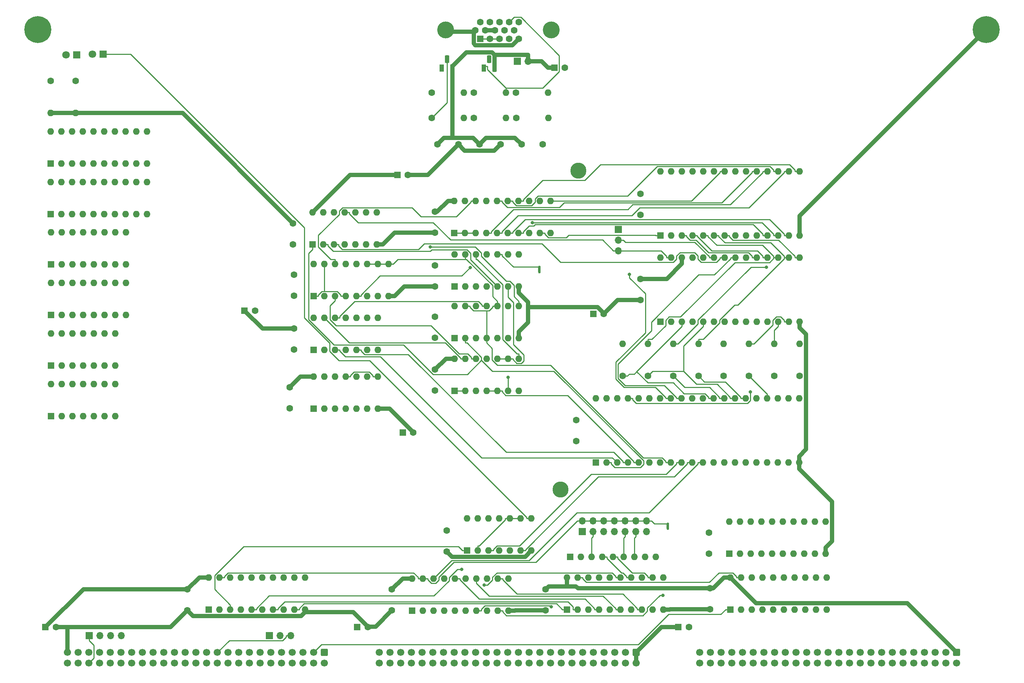
<source format=gbr>
%TF.GenerationSoftware,KiCad,Pcbnew,(6.0.11)*%
%TF.CreationDate,2024-01-15T17:38:43-05:00*%
%TF.ProjectId,input-output.Text,696e7075-742d-46f7-9574-7075742e5465,rev?*%
%TF.SameCoordinates,Original*%
%TF.FileFunction,Copper,L1,Top*%
%TF.FilePolarity,Positive*%
%FSLAX46Y46*%
G04 Gerber Fmt 4.6, Leading zero omitted, Abs format (unit mm)*
G04 Created by KiCad (PCBNEW (6.0.11)) date 2024-01-15 17:38:43*
%MOMM*%
%LPD*%
G01*
G04 APERTURE LIST*
G04 Aperture macros list*
%AMRoundRect*
0 Rectangle with rounded corners*
0 $1 Rounding radius*
0 $2 $3 $4 $5 $6 $7 $8 $9 X,Y pos of 4 corners*
0 Add a 4 corners polygon primitive as box body*
4,1,4,$2,$3,$4,$5,$6,$7,$8,$9,$2,$3,0*
0 Add four circle primitives for the rounded corners*
1,1,$1+$1,$2,$3*
1,1,$1+$1,$4,$5*
1,1,$1+$1,$6,$7*
1,1,$1+$1,$8,$9*
0 Add four rect primitives between the rounded corners*
20,1,$1+$1,$2,$3,$4,$5,0*
20,1,$1+$1,$4,$5,$6,$7,0*
20,1,$1+$1,$6,$7,$8,$9,0*
20,1,$1+$1,$8,$9,$2,$3,0*%
G04 Aperture macros list end*
%TA.AperFunction,ComponentPad*%
%ADD10C,6.400000*%
%TD*%
%TA.AperFunction,ComponentPad*%
%ADD11RoundRect,0.250000X-0.600000X0.600000X-0.600000X-0.600000X0.600000X-0.600000X0.600000X0.600000X0*%
%TD*%
%TA.AperFunction,ComponentPad*%
%ADD12C,1.700000*%
%TD*%
%TA.AperFunction,ComponentPad*%
%ADD13C,1.600000*%
%TD*%
%TA.AperFunction,ComponentPad*%
%ADD14R,1.600000X1.600000*%
%TD*%
%TA.AperFunction,ComponentPad*%
%ADD15O,1.600000X1.600000*%
%TD*%
%TA.AperFunction,ComponentPad*%
%ADD16C,4.000000*%
%TD*%
%TA.AperFunction,ComponentPad*%
%ADD17R,1.800000X1.800000*%
%TD*%
%TA.AperFunction,ComponentPad*%
%ADD18C,1.800000*%
%TD*%
%TA.AperFunction,ComponentPad*%
%ADD19R,1.700000X1.700000*%
%TD*%
%TA.AperFunction,ComponentPad*%
%ADD20O,1.700000X1.700000*%
%TD*%
%TA.AperFunction,ComponentPad*%
%ADD21C,3.800000*%
%TD*%
%TA.AperFunction,ComponentPad*%
%ADD22C,0.600000*%
%TD*%
%TA.AperFunction,ComponentPad*%
%ADD23R,1.100000X1.800000*%
%TD*%
%TA.AperFunction,ComponentPad*%
%ADD24RoundRect,0.275000X-0.275000X-0.625000X0.275000X-0.625000X0.275000X0.625000X-0.275000X0.625000X0*%
%TD*%
%TA.AperFunction,ViaPad*%
%ADD25C,0.800000*%
%TD*%
%TA.AperFunction,Conductor*%
%ADD26C,0.250000*%
%TD*%
%TA.AperFunction,Conductor*%
%ADD27C,1.000000*%
%TD*%
G04 APERTURE END LIST*
%TO.C,NT1*%
G36*
X159300000Y-132600000D02*
G01*
X158700000Y-132600000D01*
X158700000Y-131400000D01*
X159300000Y-131400000D01*
X159300000Y-132600000D01*
G37*
%TO.C,NT2*%
G36*
X189800000Y-193600000D02*
G01*
X189200000Y-193600000D01*
X189200000Y-192400000D01*
X189800000Y-192400000D01*
X189800000Y-193600000D01*
G37*
%TD*%
D10*
%TO.P,H2,1,1*%
%TO.N,GND*%
X265000000Y-75000000D03*
%TD*%
%TO.P,H1,1,1*%
%TO.N,GND*%
X40000000Y-75000000D03*
%TD*%
D11*
%TO.P,P2,1,Pin_1*%
%TO.N,VCC*%
X182000000Y-223000000D03*
D12*
%TO.P,P2,2,Pin_2*%
X182000000Y-225540000D03*
%TO.P,P2,3,Pin_3*%
%TO.N,/bus/A15*%
X179460000Y-223000000D03*
%TO.P,P2,4,Pin_4*%
%TO.N,/bus/A31*%
X179460000Y-225540000D03*
%TO.P,P2,5,Pin_5*%
%TO.N,/bus/A14*%
X176920000Y-223000000D03*
%TO.P,P2,6,Pin_6*%
%TO.N,/bus/A30*%
X176920000Y-225540000D03*
%TO.P,P2,7,Pin_7*%
%TO.N,/bus/A13*%
X174380000Y-223000000D03*
%TO.P,P2,8,Pin_8*%
%TO.N,/bus/A29*%
X174380000Y-225540000D03*
%TO.P,P2,9,Pin_9*%
%TO.N,/bus/A12*%
X171840000Y-223000000D03*
%TO.P,P2,10,Pin_10*%
%TO.N,/bus/A28*%
X171840000Y-225540000D03*
%TO.P,P2,11,Pin_11*%
%TO.N,/bus/A11*%
X169300000Y-223000000D03*
%TO.P,P2,12,Pin_12*%
%TO.N,/bus/A27*%
X169300000Y-225540000D03*
%TO.P,P2,13,Pin_13*%
%TO.N,/bus/A10*%
X166760000Y-223000000D03*
%TO.P,P2,14,Pin_14*%
%TO.N,/bus/A26*%
X166760000Y-225540000D03*
%TO.P,P2,15,Pin_15*%
%TO.N,/bus/A9*%
X164220000Y-223000000D03*
%TO.P,P2,16,Pin_16*%
%TO.N,/bus/A25*%
X164220000Y-225540000D03*
%TO.P,P2,17,Pin_17*%
%TO.N,/bus/A8*%
X161680000Y-223000000D03*
%TO.P,P2,18,Pin_18*%
%TO.N,/bus/A24*%
X161680000Y-225540000D03*
%TO.P,P2,19,Pin_19*%
%TO.N,+12V*%
X159140000Y-223000000D03*
%TO.P,P2,20,Pin_20*%
X159140000Y-225540000D03*
%TO.P,P2,21,Pin_21*%
%TO.N,A7*%
X156600000Y-223000000D03*
%TO.P,P2,22,Pin_22*%
%TO.N,/bus/A23*%
X156600000Y-225540000D03*
%TO.P,P2,23,Pin_23*%
%TO.N,A6*%
X154060000Y-223000000D03*
%TO.P,P2,24,Pin_24*%
%TO.N,/bus/A22*%
X154060000Y-225540000D03*
%TO.P,P2,25,Pin_25*%
%TO.N,A5*%
X151520000Y-223000000D03*
%TO.P,P2,26,Pin_26*%
%TO.N,/bus/A21*%
X151520000Y-225540000D03*
%TO.P,P2,27,Pin_27*%
%TO.N,A4*%
X148980000Y-223000000D03*
%TO.P,P2,28,Pin_28*%
%TO.N,/bus/A20*%
X148980000Y-225540000D03*
%TO.P,P2,29,Pin_29*%
%TO.N,A3*%
X146440000Y-223000000D03*
%TO.P,P2,30,Pin_30*%
%TO.N,/bus/A19*%
X146440000Y-225540000D03*
%TO.P,P2,31,Pin_31*%
%TO.N,A2*%
X143900000Y-223000000D03*
%TO.P,P2,32,Pin_32*%
%TO.N,/bus/A18*%
X143900000Y-225540000D03*
%TO.P,P2,33,Pin_33*%
%TO.N,A1*%
X141360000Y-223000000D03*
%TO.P,P2,34,Pin_34*%
%TO.N,/bus/A17*%
X141360000Y-225540000D03*
%TO.P,P2,35,Pin_35*%
%TO.N,A0*%
X138820000Y-223000000D03*
%TO.P,P2,36,Pin_36*%
%TO.N,/bus/A16*%
X138820000Y-225540000D03*
%TO.P,P2,37,Pin_37*%
%TO.N,-12V*%
X136280000Y-223000000D03*
%TO.P,P2,38,Pin_38*%
X136280000Y-225540000D03*
%TO.P,P2,39,Pin_39*%
%TO.N,/bus/IC3*%
X133740000Y-223000000D03*
%TO.P,P2,40,Pin_40*%
%TO.N,/bus/~{TEND1}*%
X133740000Y-225540000D03*
%TO.P,P2,41,Pin_41*%
%TO.N,/bus/IC2*%
X131200000Y-223000000D03*
%TO.P,P2,42,Pin_42*%
%TO.N,/bus/~{DREQ1}*%
X131200000Y-225540000D03*
%TO.P,P2,43,Pin_43*%
%TO.N,/bus/IC1*%
X128660000Y-223000000D03*
%TO.P,P2,44,Pin_44*%
%TO.N,/bus/~{TEND0}*%
X128660000Y-225540000D03*
%TO.P,P2,45,Pin_45*%
%TO.N,/bus/IC0*%
X126120000Y-223000000D03*
%TO.P,P2,46,Pin_46*%
%TO.N,/bus/~{DREQ0}*%
X126120000Y-225540000D03*
%TO.P,P2,47,Pin_47*%
%TO.N,/bus/AUXCLK1*%
X123580000Y-223000000D03*
%TO.P,P2,48,Pin_48*%
%TO.N,/bus/AUXCLK0*%
X123580000Y-225540000D03*
%TO.P,P2,49,Pin_49*%
%TO.N,GND*%
X121040000Y-223000000D03*
%TO.P,P2,50,Pin_50*%
X121040000Y-225540000D03*
%TD*%
D11*
%TO.P,P3,1,Pin_1*%
%TO.N,VCC*%
X258000000Y-223000000D03*
D12*
%TO.P,P3,2,Pin_2*%
X258000000Y-225540000D03*
%TO.P,P3,3,Pin_3*%
%TO.N,/bus/D15*%
X255460000Y-223000000D03*
%TO.P,P3,4,Pin_4*%
%TO.N,/bus/D31*%
X255460000Y-225540000D03*
%TO.P,P3,5,Pin_5*%
%TO.N,/bus/D14*%
X252920000Y-223000000D03*
%TO.P,P3,6,Pin_6*%
%TO.N,/bus/D30*%
X252920000Y-225540000D03*
%TO.P,P3,7,Pin_7*%
%TO.N,/bus/D13*%
X250380000Y-223000000D03*
%TO.P,P3,8,Pin_8*%
%TO.N,/bus/D29*%
X250380000Y-225540000D03*
%TO.P,P3,9,Pin_9*%
%TO.N,/bus/D12*%
X247840000Y-223000000D03*
%TO.P,P3,10,Pin_10*%
%TO.N,/bus/D28*%
X247840000Y-225540000D03*
%TO.P,P3,11,Pin_11*%
%TO.N,/bus/D11*%
X245300000Y-223000000D03*
%TO.P,P3,12,Pin_12*%
%TO.N,/bus/D27*%
X245300000Y-225540000D03*
%TO.P,P3,13,Pin_13*%
%TO.N,/bus/D10*%
X242760000Y-223000000D03*
%TO.P,P3,14,Pin_14*%
%TO.N,/bus/D26*%
X242760000Y-225540000D03*
%TO.P,P3,15,Pin_15*%
%TO.N,/bus/D9*%
X240220000Y-223000000D03*
%TO.P,P3,16,Pin_16*%
%TO.N,/bus/D25*%
X240220000Y-225540000D03*
%TO.P,P3,17,Pin_17*%
%TO.N,/bus/D8*%
X237680000Y-223000000D03*
%TO.P,P3,18,Pin_18*%
%TO.N,/bus/D24*%
X237680000Y-225540000D03*
%TO.P,P3,19,Pin_19*%
%TO.N,D7*%
X235140000Y-223000000D03*
%TO.P,P3,20,Pin_20*%
%TO.N,/bus/D23*%
X235140000Y-225540000D03*
%TO.P,P3,21,Pin_21*%
%TO.N,D6*%
X232600000Y-223000000D03*
%TO.P,P3,22,Pin_22*%
%TO.N,/bus/D22*%
X232600000Y-225540000D03*
%TO.P,P3,23,Pin_23*%
%TO.N,D5*%
X230060000Y-223000000D03*
%TO.P,P3,24,Pin_24*%
%TO.N,/bus/D21*%
X230060000Y-225540000D03*
%TO.P,P3,25,Pin_25*%
%TO.N,D4*%
X227520000Y-223000000D03*
%TO.P,P3,26,Pin_26*%
%TO.N,/bus/D20*%
X227520000Y-225540000D03*
%TO.P,P3,27,Pin_27*%
%TO.N,D3*%
X224980000Y-223000000D03*
%TO.P,P3,28,Pin_28*%
%TO.N,/bus/D19*%
X224980000Y-225540000D03*
%TO.P,P3,29,Pin_29*%
%TO.N,D2*%
X222440000Y-223000000D03*
%TO.P,P3,30,Pin_30*%
%TO.N,/bus/D18*%
X222440000Y-225540000D03*
%TO.P,P3,31,Pin_31*%
%TO.N,D1*%
X219900000Y-223000000D03*
%TO.P,P3,32,Pin_32*%
%TO.N,/bus/D17*%
X219900000Y-225540000D03*
%TO.P,P3,33,Pin_33*%
%TO.N,D0*%
X217360000Y-223000000D03*
%TO.P,P3,34,Pin_34*%
%TO.N,/bus/D16*%
X217360000Y-225540000D03*
%TO.P,P3,35,Pin_35*%
%TO.N,/bus/~{BUSERR}*%
X214820000Y-223000000D03*
%TO.P,P3,36,Pin_36*%
%TO.N,/bus/UDS*%
X214820000Y-225540000D03*
%TO.P,P3,37,Pin_37*%
%TO.N,/bus/~{VPA}*%
X212280000Y-223000000D03*
%TO.P,P3,38,Pin_38*%
%TO.N,/bus/LDS*%
X212280000Y-225540000D03*
%TO.P,P3,39,Pin_39*%
%TO.N,/bus/~{VMA}*%
X209740000Y-223000000D03*
%TO.P,P3,40,Pin_40*%
%TO.N,/bus/S2*%
X209740000Y-225540000D03*
%TO.P,P3,41,Pin_41*%
%TO.N,/bus/~{BHE}*%
X207200000Y-223000000D03*
%TO.P,P3,42,Pin_42*%
%TO.N,/bus/S1*%
X207200000Y-225540000D03*
%TO.P,P3,43,Pin_43*%
%TO.N,/bus/IPL2*%
X204660000Y-223000000D03*
%TO.P,P3,44,Pin_44*%
%TO.N,/bus/S0*%
X204660000Y-225540000D03*
%TO.P,P3,45,Pin_45*%
%TO.N,/bus/IPL1*%
X202120000Y-223000000D03*
%TO.P,P3,46,Pin_46*%
%TO.N,/bus/AUXCLK3*%
X202120000Y-225540000D03*
%TO.P,P3,47,Pin_47*%
%TO.N,/bus/IPL0*%
X199580000Y-223000000D03*
%TO.P,P3,48,Pin_48*%
%TO.N,/bus/AUXCLK2*%
X199580000Y-225540000D03*
%TO.P,P3,49,Pin_49*%
%TO.N,GND*%
X197040000Y-223000000D03*
%TO.P,P3,50,Pin_50*%
X197040000Y-225540000D03*
%TD*%
D11*
%TO.P,P1,1,Pin_1*%
%TO.N,VCC*%
X108000000Y-223000000D03*
D12*
%TO.P,P1,2,Pin_2*%
X108000000Y-225540000D03*
%TO.P,P1,3,Pin_3*%
%TO.N,~{RD}*%
X105460000Y-223000000D03*
%TO.P,P1,4,Pin_4*%
%TO.N,/bus/E*%
X105460000Y-225540000D03*
%TO.P,P1,5,Pin_5*%
%TO.N,~{WR}*%
X102920000Y-223000000D03*
%TO.P,P1,6,Pin_6*%
%TO.N,/bus/ST*%
X102920000Y-225540000D03*
%TO.P,P1,7,Pin_7*%
%TO.N,~{IORQ}*%
X100380000Y-223000000D03*
%TO.P,P1,8,Pin_8*%
%TO.N,/bus/PHI*%
X100380000Y-225540000D03*
%TO.P,P1,9,Pin_9*%
%TO.N,/bus/~{MREQ}*%
X97840000Y-223000000D03*
%TO.P,P1,10,Pin_10*%
%TO.N,/bus/~{INT2}*%
X97840000Y-225540000D03*
%TO.P,P1,11,Pin_11*%
%TO.N,~{M1}*%
X95300000Y-223000000D03*
%TO.P,P1,12,Pin_12*%
%TO.N,/bus/~{INT1}*%
X95300000Y-225540000D03*
%TO.P,P1,13,Pin_13*%
%TO.N,/bus/~{BUSACK}*%
X92760000Y-223000000D03*
%TO.P,P1,14,Pin_14*%
%TO.N,/bus/CRUCLK*%
X92760000Y-225540000D03*
%TO.P,P1,15,Pin_15*%
%TO.N,/bus/CLK*%
X90220000Y-223000000D03*
%TO.P,P1,16,Pin_16*%
%TO.N,/bus/CRUOUT*%
X90220000Y-225540000D03*
%TO.P,P1,17,Pin_17*%
%TO.N,/bus/~{INT0}*%
X87680000Y-223000000D03*
%TO.P,P1,18,Pin_18*%
%TO.N,/bus/CRUIN*%
X87680000Y-225540000D03*
%TO.P,P1,19,Pin_19*%
%TO.N,/bus/~{NMI}*%
X85140000Y-223000000D03*
%TO.P,P1,20,Pin_20*%
%TO.N,~{RES_IN}*%
X85140000Y-225540000D03*
%TO.P,P1,21,Pin_21*%
%TO.N,~{RES_OUT}*%
X82600000Y-223000000D03*
%TO.P,P1,22,Pin_22*%
%TO.N,/bus/USER8*%
X82600000Y-225540000D03*
%TO.P,P1,23,Pin_23*%
%TO.N,/bus/~{BUSRQ}*%
X80060000Y-223000000D03*
%TO.P,P1,24,Pin_24*%
%TO.N,/bus/USER7*%
X80060000Y-225540000D03*
%TO.P,P1,25,Pin_25*%
%TO.N,/bus/~{WAIT}*%
X77520000Y-223000000D03*
%TO.P,P1,26,Pin_26*%
%TO.N,/bus/USER6*%
X77520000Y-225540000D03*
%TO.P,P1,27,Pin_27*%
%TO.N,/bus/~{HALT}*%
X74980000Y-223000000D03*
%TO.P,P1,28,Pin_28*%
%TO.N,/bus/USER5*%
X74980000Y-225540000D03*
%TO.P,P1,29,Pin_29*%
%TO.N,/bus/~{RFSH}*%
X72440000Y-223000000D03*
%TO.P,P1,30,Pin_30*%
%TO.N,/bus/USER4*%
X72440000Y-225540000D03*
%TO.P,P1,31,Pin_31*%
%TO.N,/bus/~{EIRQ7}*%
X69900000Y-223000000D03*
%TO.P,P1,32,Pin_32*%
%TO.N,/bus/USER3*%
X69900000Y-225540000D03*
%TO.P,P1,33,Pin_33*%
%TO.N,/bus/~{EIRQ6}*%
X67360000Y-223000000D03*
%TO.P,P1,34,Pin_34*%
%TO.N,/bus/USER2*%
X67360000Y-225540000D03*
%TO.P,P1,35,Pin_35*%
%TO.N,/bus/~{EIRQ5}*%
X64820000Y-223000000D03*
%TO.P,P1,36,Pin_36*%
%TO.N,/bus/USER1*%
X64820000Y-225540000D03*
%TO.P,P1,37,Pin_37*%
%TO.N,/bus/~{EIRQ4}*%
X62280000Y-223000000D03*
%TO.P,P1,38,Pin_38*%
%TO.N,/bus/USER0*%
X62280000Y-225540000D03*
%TO.P,P1,39,Pin_39*%
%TO.N,/bus/~{EIRQ3}*%
X59740000Y-223000000D03*
%TO.P,P1,40,Pin_40*%
%TO.N,~{BAI}*%
X59740000Y-225540000D03*
%TO.P,P1,41,Pin_41*%
%TO.N,/bus/~{EIRQ2}*%
X57200000Y-223000000D03*
%TO.P,P1,42,Pin_42*%
%TO.N,~{BAO}*%
X57200000Y-225540000D03*
%TO.P,P1,43,Pin_43*%
%TO.N,/bus/~{EIRQ1}*%
X54660000Y-223000000D03*
%TO.P,P1,44,Pin_44*%
%TO.N,~{IEI}*%
X54660000Y-225540000D03*
%TO.P,P1,45,Pin_45*%
%TO.N,/bus/~{EIRQ0}*%
X52120000Y-223000000D03*
%TO.P,P1,46,Pin_46*%
%TO.N,~{IEO}*%
X52120000Y-225540000D03*
%TO.P,P1,47,Pin_47*%
%TO.N,/bus/I2C_SCL*%
X49580000Y-223000000D03*
%TO.P,P1,48,Pin_48*%
%TO.N,/bus/I2C_SDA*%
X49580000Y-225540000D03*
%TO.P,P1,49,Pin_49*%
%TO.N,GND*%
X47040000Y-223000000D03*
%TO.P,P1,50,Pin_50*%
X47040000Y-225540000D03*
%TD*%
D13*
%TO.P,C16,1*%
%TO.N,VCC*%
X134250000Y-143250000D03*
%TO.P,C16,2*%
%TO.N,GND*%
X134250000Y-148250000D03*
%TD*%
D14*
%TO.P,U8,1,2xWCLK*%
%TO.N,/GDC-Text/2xWCLK*%
X172375000Y-177875000D03*
D15*
%TO.P,U8,2,/DBIN*%
%TO.N,/GDC-Text/~{DBIN}*%
X174915000Y-177875000D03*
%TO.P,U8,3,HSYNC*%
%TO.N,/GDC-Text/HSYNC*%
X177455000Y-177875000D03*
%TO.P,U8,4,V/EXT_SYNC*%
%TO.N,/GDC-Text/VSYNC*%
X179995000Y-177875000D03*
%TO.P,U8,5,BLANK*%
%TO.N,/GDC-Text/BLANK*%
X182535000Y-177875000D03*
%TO.P,U8,6,ALE*%
%TO.N,/GDC-Text/ALE*%
X185075000Y-177875000D03*
%TO.P,U8,7,DRQ*%
%TO.N,unconnected-(U8-Pad7)*%
X187615000Y-177875000D03*
%TO.P,U8,8,/DACK*%
%TO.N,ONE*%
X190155000Y-177875000D03*
%TO.P,U8,9,/RD*%
%TO.N,~{CS_TEXT_RD}*%
X192695000Y-177875000D03*
%TO.P,U8,10,/WR*%
%TO.N,~{CS_TEXT_WR}*%
X195235000Y-177875000D03*
%TO.P,U8,11,A0*%
%TO.N,bA0*%
X197775000Y-177875000D03*
%TO.P,U8,12,DB0*%
%TO.N,bD0*%
X200315000Y-177875000D03*
%TO.P,U8,13,DB1*%
%TO.N,bD1*%
X202855000Y-177875000D03*
%TO.P,U8,14,DB2*%
%TO.N,bD2*%
X205395000Y-177875000D03*
%TO.P,U8,15,DB3*%
%TO.N,bD3*%
X207935000Y-177875000D03*
%TO.P,U8,16,DB4*%
%TO.N,bD4*%
X210475000Y-177875000D03*
%TO.P,U8,17,DB5*%
%TO.N,bD5*%
X213015000Y-177875000D03*
%TO.P,U8,18,DB6*%
%TO.N,bD6*%
X215555000Y-177875000D03*
%TO.P,U8,19,DB7*%
%TO.N,bD7*%
X218095000Y-177875000D03*
%TO.P,U8,20,GND*%
%TO.N,GND*%
X220635000Y-177875000D03*
%TO.P,U8,21,LPEN/DH*%
%TO.N,ZERO*%
X220635000Y-162635000D03*
%TO.P,U8,22,AD0*%
%TO.N,/GDC-Text/AD0*%
X218095000Y-162635000D03*
%TO.P,U8,23,AD1*%
%TO.N,/GDC-Text/AD1*%
X215555000Y-162635000D03*
%TO.P,U8,24,AD2*%
%TO.N,/GDC-Text/AD2*%
X213015000Y-162635000D03*
%TO.P,U8,25,AD3*%
%TO.N,/GDC-Text/AD3*%
X210475000Y-162635000D03*
%TO.P,U8,26,AD4*%
%TO.N,/GDC-Text/AD4*%
X207935000Y-162635000D03*
%TO.P,U8,27,AD5*%
%TO.N,/GDC-Text/AD5*%
X205395000Y-162635000D03*
%TO.P,U8,28,AD6*%
%TO.N,/GDC-Text/AD6*%
X202855000Y-162635000D03*
%TO.P,U8,29,AD7*%
%TO.N,/GDC-Text/AD7*%
X200315000Y-162635000D03*
%TO.P,U8,30,AD8*%
%TO.N,/GDC-Text/AD8*%
X197775000Y-162635000D03*
%TO.P,U8,31,AD9*%
%TO.N,/GDC-Text/AD9*%
X195235000Y-162635000D03*
%TO.P,U8,32,AD10*%
%TO.N,/GDC-Text/AD10*%
X192695000Y-162635000D03*
%TO.P,U8,33,AD11*%
%TO.N,/GDC-Text/AD11*%
X190155000Y-162635000D03*
%TO.P,U8,34,AD12*%
%TO.N,/GDC-Text/AD12*%
X187615000Y-162635000D03*
%TO.P,U8,35,AD13*%
%TO.N,/GDC-Text/AD13*%
X185075000Y-162635000D03*
%TO.P,U8,36,AD14*%
%TO.N,/GDC-Text/AD14*%
X182535000Y-162635000D03*
%TO.P,U8,37,AD15*%
%TO.N,/GDC-Text/AD15*%
X179995000Y-162635000D03*
%TO.P,U8,38,A16*%
%TO.N,/GDC-Text/A16*%
X177455000Y-162635000D03*
%TO.P,U8,39,A17*%
%TO.N,/GDC-Text/A17*%
X174915000Y-162635000D03*
%TO.P,U8,40,VCC*%
%TO.N,VCC*%
X172375000Y-162635000D03*
%TD*%
D16*
%TO.P,P5,0*%
%TO.N,GND*%
X136790000Y-75100300D03*
X161790000Y-75100300D03*
D14*
%TO.P,P5,1*%
%TO.N,Net-(P5-Pad1)*%
X144975000Y-77150300D03*
D13*
%TO.P,P5,2*%
X147265000Y-77150300D03*
%TO.P,P5,3*%
X149555000Y-77150300D03*
%TO.P,P5,4*%
%TO.N,unconnected-(P5-Pad4)*%
X151845000Y-77150300D03*
%TO.P,P5,5*%
%TO.N,GND*%
X154135000Y-77150300D03*
%TO.P,P5,6*%
X143830000Y-75170300D03*
%TO.P,P5,7*%
X146120000Y-75170300D03*
%TO.P,P5,8*%
X148410000Y-75170300D03*
%TO.P,P5,9*%
%TO.N,/GDC-Text/VCC_VGA*%
X150700000Y-75170300D03*
%TO.P,P5,10*%
%TO.N,GND*%
X152990000Y-75170300D03*
%TO.P,P5,11*%
X144975000Y-73190300D03*
%TO.P,P5,12*%
%TO.N,unconnected-(P5-Pad12)*%
X147265000Y-73190300D03*
%TO.P,P5,13*%
%TO.N,/GDC-Text/H-Sync*%
X149555000Y-73190300D03*
%TO.P,P5,14*%
%TO.N,/GDC-Text/V-Sync*%
X151845000Y-73190300D03*
%TO.P,P5,15*%
%TO.N,unconnected-(P5-Pad15)*%
X154135000Y-73190300D03*
%TD*%
%TO.P,R3,1*%
%TO.N,/GDC-Text/AD2*%
X208750000Y-157310000D03*
D15*
%TO.P,R3,2*%
%TO.N,/GDC-Text/MD2*%
X208750000Y-149690000D03*
%TD*%
D14*
%TO.P,X1,1,Pin_1*%
%TO.N,unconnected-(X1-Pad1)*%
X105400000Y-165050000D03*
D15*
%TO.P,X1,2,Pin_2*%
%TO.N,unconnected-(X1-Pad2)*%
X107940000Y-165050000D03*
%TO.P,X1,3,Pin_3*%
%TO.N,unconnected-(X1-Pad3)*%
X110480000Y-165050000D03*
%TO.P,X1,4,Pin_4*%
%TO.N,GND*%
X113020000Y-165050000D03*
%TO.P,X1,5,Pin_5*%
%TO.N,unconnected-(X1-Pad5)*%
X115560000Y-165050000D03*
%TO.P,X1,6,Pin_6*%
%TO.N,unconnected-(X1-Pad6)*%
X118100000Y-165050000D03*
%TO.P,X1,7,Pin_7*%
%TO.N,GND*%
X120640000Y-165050000D03*
%TO.P,X1,8,Pin_8*%
%TO.N,/GDC-Text/~{PIX-CLK}*%
X120640000Y-157430000D03*
%TO.P,X1,9,Pin_9*%
%TO.N,unconnected-(X1-Pad9)*%
X118100000Y-157430000D03*
%TO.P,X1,10,Pin_10*%
%TO.N,unconnected-(X1-Pad10)*%
X115560000Y-157430000D03*
%TO.P,X1,11,Pin_11*%
%TO.N,/GDC-Text/~{PIX-CLK}*%
X113020000Y-157430000D03*
%TO.P,X1,12,Pin_12*%
%TO.N,unconnected-(X1-Pad12)*%
X110480000Y-157430000D03*
%TO.P,X1,13,Pin_13*%
%TO.N,unconnected-(X1-Pad13)*%
X107940000Y-157430000D03*
%TO.P,X1,14,Pin_14*%
%TO.N,VCC*%
X105400000Y-157430000D03*
%TD*%
D14*
%TO.P,J2,1,Pin_1*%
%TO.N,unconnected-(J2-Pad1)*%
X43125000Y-130800000D03*
D15*
%TO.P,J2,2,Pin_2*%
%TO.N,unconnected-(J2-Pad2)*%
X45665000Y-130800000D03*
%TO.P,J2,3,Pin_3*%
%TO.N,unconnected-(J2-Pad3)*%
X48205000Y-130800000D03*
%TO.P,J2,4,Pin_4*%
%TO.N,unconnected-(J2-Pad4)*%
X50745000Y-130800000D03*
%TO.P,J2,5,Pin_5*%
%TO.N,unconnected-(J2-Pad5)*%
X53285000Y-130800000D03*
%TO.P,J2,6,Pin_6*%
%TO.N,unconnected-(J2-Pad6)*%
X55825000Y-130800000D03*
%TO.P,J2,7,Pin_7*%
%TO.N,unconnected-(J2-Pad7)*%
X58365000Y-130800000D03*
%TO.P,J2,8,Pin_8*%
%TO.N,unconnected-(J2-Pad8)*%
X60905000Y-130800000D03*
%TO.P,J2,9,Pin_9*%
%TO.N,unconnected-(J2-Pad9)*%
X60905000Y-123180000D03*
%TO.P,J2,10,Pin_10*%
%TO.N,unconnected-(J2-Pad10)*%
X58365000Y-123180000D03*
%TO.P,J2,11,Pin_11*%
%TO.N,unconnected-(J2-Pad11)*%
X55825000Y-123180000D03*
%TO.P,J2,12,Pin_12*%
%TO.N,unconnected-(J2-Pad12)*%
X53285000Y-123180000D03*
%TO.P,J2,13,Pin_13*%
%TO.N,unconnected-(J2-Pad13)*%
X50745000Y-123180000D03*
%TO.P,J2,14,Pin_14*%
%TO.N,unconnected-(J2-Pad14)*%
X48205000Y-123180000D03*
%TO.P,J2,15,Pin_15*%
%TO.N,unconnected-(J2-Pad15)*%
X45665000Y-123180000D03*
%TO.P,J2,16,Pin_16*%
%TO.N,unconnected-(J2-Pad16)*%
X43125000Y-123180000D03*
%TD*%
D14*
%TO.P,C22,1*%
%TO.N,VCC*%
X115794900Y-217000000D03*
D13*
%TO.P,C22,2*%
%TO.N,GND*%
X118294900Y-217000000D03*
%TD*%
%TO.P,C10,1*%
%TO.N,VCC*%
X134250000Y-118250000D03*
%TO.P,C10,2*%
%TO.N,GND*%
X134250000Y-123250000D03*
%TD*%
%TO.P,R4,1*%
%TO.N,/GDC-Text/AD4*%
X196750000Y-157310000D03*
D15*
%TO.P,R4,2*%
%TO.N,/GDC-Text/MD4*%
X196750000Y-149690000D03*
%TD*%
D17*
%TO.P,D1,1,K*%
%TO.N,GND*%
X49250000Y-80950000D03*
D18*
%TO.P,D1,2,A*%
%TO.N,Net-(D1-Pad2)*%
X46710000Y-80950000D03*
%TD*%
D13*
%TO.P,R5,1*%
%TO.N,/GDC-Text/AD6*%
X190750000Y-157310000D03*
D15*
%TO.P,R5,2*%
%TO.N,/GDC-Text/MD6*%
X190750000Y-149690000D03*
%TD*%
D13*
%TO.P,C14,1*%
%TO.N,VCC*%
X160500000Y-208000000D03*
%TO.P,C14,2*%
%TO.N,GND*%
X160500000Y-213000000D03*
%TD*%
%TO.P,R8,1*%
%TO.N,Net-(Q2-Pad2)*%
X133465000Y-96000000D03*
D15*
%TO.P,R8,2*%
%TO.N,Net-(R8-Pad2)*%
X141085000Y-96000000D03*
%TD*%
D13*
%TO.P,R12,1*%
%TO.N,/GDC-Text/AD7*%
X178750000Y-157310000D03*
D15*
%TO.P,R12,2*%
%TO.N,/GDC-Text/MD7*%
X178750000Y-149690000D03*
%TD*%
D14*
%TO.P,C20,1*%
%TO.N,VCC*%
X192000000Y-217000000D03*
D13*
%TO.P,C20,2*%
%TO.N,GND*%
X194500000Y-217000000D03*
%TD*%
%TO.P,R11,1*%
%TO.N,GND*%
X143465000Y-90000000D03*
D15*
%TO.P,R11,2*%
%TO.N,/GDC-Text/V-Sync*%
X151085000Y-90000000D03*
%TD*%
D13*
%TO.P,C7,1*%
%TO.N,VCC*%
X199250000Y-194500000D03*
%TO.P,C7,2*%
%TO.N,GND*%
X199250000Y-199500000D03*
%TD*%
D14*
%TO.P,C27,1*%
%TO.N,VCC*%
X89044900Y-141750000D03*
D13*
%TO.P,C27,2*%
%TO.N,GND*%
X91544900Y-141750000D03*
%TD*%
D14*
%TO.P,J5,1,Pin_1*%
%TO.N,unconnected-(J5-Pad1)*%
X43125000Y-142800000D03*
D15*
%TO.P,J5,2,Pin_2*%
%TO.N,unconnected-(J5-Pad2)*%
X45665000Y-142800000D03*
%TO.P,J5,3,Pin_3*%
%TO.N,unconnected-(J5-Pad3)*%
X48205000Y-142800000D03*
%TO.P,J5,4,Pin_4*%
%TO.N,unconnected-(J5-Pad4)*%
X50745000Y-142800000D03*
%TO.P,J5,5,Pin_5*%
%TO.N,unconnected-(J5-Pad5)*%
X53285000Y-142800000D03*
%TO.P,J5,6,Pin_6*%
%TO.N,unconnected-(J5-Pad6)*%
X55825000Y-142800000D03*
%TO.P,J5,7,Pin_7*%
%TO.N,unconnected-(J5-Pad7)*%
X58365000Y-142800000D03*
%TO.P,J5,8,Pin_8*%
%TO.N,unconnected-(J5-Pad8)*%
X60905000Y-142800000D03*
%TO.P,J5,9,Pin_9*%
%TO.N,unconnected-(J5-Pad9)*%
X60905000Y-135180000D03*
%TO.P,J5,10,Pin_10*%
%TO.N,unconnected-(J5-Pad10)*%
X58365000Y-135180000D03*
%TO.P,J5,11,Pin_11*%
%TO.N,unconnected-(J5-Pad11)*%
X55825000Y-135180000D03*
%TO.P,J5,12,Pin_12*%
%TO.N,unconnected-(J5-Pad12)*%
X53285000Y-135180000D03*
%TO.P,J5,13,Pin_13*%
%TO.N,unconnected-(J5-Pad13)*%
X50745000Y-135180000D03*
%TO.P,J5,14,Pin_14*%
%TO.N,unconnected-(J5-Pad14)*%
X48205000Y-135180000D03*
%TO.P,J5,15,Pin_15*%
%TO.N,unconnected-(J5-Pad15)*%
X45665000Y-135180000D03*
%TO.P,J5,16,Pin_16*%
%TO.N,unconnected-(J5-Pad16)*%
X43125000Y-135180000D03*
%TD*%
D14*
%TO.P,U21,1,G*%
%TO.N,~{bIORQ}*%
X165575000Y-212800000D03*
D15*
%TO.P,U21,2,P0*%
%TO.N,~{bM1}*%
X168115000Y-212800000D03*
%TO.P,U21,3,R0*%
%TO.N,Net-(RN1-Pad9)*%
X170655000Y-212800000D03*
%TO.P,U21,4,P1*%
%TO.N,bA1*%
X173195000Y-212800000D03*
%TO.P,U21,5,R1*%
%TO.N,Net-(RN1-Pad8)*%
X175735000Y-212800000D03*
%TO.P,U21,6,P2*%
%TO.N,bA2*%
X178275000Y-212800000D03*
%TO.P,U21,7,R2*%
%TO.N,Net-(RN1-Pad7)*%
X180815000Y-212800000D03*
%TO.P,U21,8,P3*%
%TO.N,bA3*%
X183355000Y-212800000D03*
%TO.P,U21,9,R3*%
%TO.N,Net-(RN1-Pad6)*%
X185895000Y-212800000D03*
%TO.P,U21,10,GND*%
%TO.N,GND*%
X188435000Y-212800000D03*
%TO.P,U21,11,P4*%
%TO.N,bA4*%
X188435000Y-205180000D03*
%TO.P,U21,12,R4*%
%TO.N,Net-(RN1-Pad5)*%
X185895000Y-205180000D03*
%TO.P,U21,13,P5*%
%TO.N,bA5*%
X183355000Y-205180000D03*
%TO.P,U21,14,R5*%
%TO.N,Net-(RN1-Pad4)*%
X180815000Y-205180000D03*
%TO.P,U21,15,P6*%
%TO.N,bA6*%
X178275000Y-205180000D03*
%TO.P,U21,16,R6*%
%TO.N,Net-(RN1-Pad3)*%
X175735000Y-205180000D03*
%TO.P,U21,17,P7*%
%TO.N,bA7*%
X173195000Y-205180000D03*
%TO.P,U21,18,R7*%
%TO.N,Net-(RN1-Pad2)*%
X170655000Y-205180000D03*
%TO.P,U21,19,P=R*%
%TO.N,~{CS_TEXT}*%
X168115000Y-205180000D03*
%TO.P,U21,20,VCC*%
%TO.N,VCC*%
X165575000Y-205180000D03*
%TD*%
D13*
%TO.P,C18,1*%
%TO.N,VCC*%
X167750000Y-167750000D03*
%TO.P,C18,2*%
%TO.N,GND*%
X167750000Y-172750000D03*
%TD*%
D19*
%TO.P,JP1,1,A*%
%TO.N,/GDC-Text/VCC_VGA*%
X153750000Y-82500000D03*
D20*
%TO.P,JP1,2,B*%
%TO.N,VCC*%
X156290000Y-82500000D03*
%TD*%
D13*
%TO.P,C9,1*%
%TO.N,VCC*%
X183000000Y-114000000D03*
%TO.P,C9,2*%
%TO.N,GND*%
X183000000Y-119000000D03*
%TD*%
%TO.P,C15,1*%
%TO.N,VCC*%
X134250000Y-155750000D03*
%TO.P,C15,2*%
%TO.N,GND*%
X134250000Y-160750000D03*
%TD*%
D21*
%TO.P,H4,1*%
%TO.N,N/C*%
X164000000Y-184250000D03*
%TD*%
D17*
%TO.P,D2,1,K*%
%TO.N,Net-(D2-Pad1)*%
X55500000Y-80850000D03*
D18*
%TO.P,D2,2,A*%
%TO.N,Net-(D2-Pad2)*%
X52960000Y-80850000D03*
%TD*%
D19*
%TO.P,J9,1,Pin_1*%
%TO.N,~{RES_IN}*%
X94975000Y-219000000D03*
D20*
%TO.P,J9,2,Pin_2*%
%TO.N,Net-(J9-Pad2)*%
X97515000Y-219000000D03*
%TO.P,J9,3,Pin_3*%
%TO.N,~{RES_OUT}*%
X100055000Y-219000000D03*
%TD*%
D13*
%TO.P,R1,1*%
%TO.N,Net-(D1-Pad2)*%
X43000000Y-87190000D03*
D15*
%TO.P,R1,2*%
%TO.N,VCC*%
X43000000Y-94810000D03*
%TD*%
D14*
%TO.P,U18,1,OEa*%
%TO.N,ZERO*%
X128825000Y-213050000D03*
D15*
%TO.P,U18,2,I0a*%
%TO.N,A0*%
X131365000Y-213050000D03*
%TO.P,U18,3,O3b*%
%TO.N,bA7*%
X133905000Y-213050000D03*
%TO.P,U18,4,I1a*%
%TO.N,A1*%
X136445000Y-213050000D03*
%TO.P,U18,5,O2b*%
%TO.N,bA6*%
X138985000Y-213050000D03*
%TO.P,U18,6,I2a*%
%TO.N,A2*%
X141525000Y-213050000D03*
%TO.P,U18,7,O1b*%
%TO.N,bA5*%
X144065000Y-213050000D03*
%TO.P,U18,8,I3a*%
%TO.N,A3*%
X146605000Y-213050000D03*
%TO.P,U18,9,O0b*%
%TO.N,bA4*%
X149145000Y-213050000D03*
%TO.P,U18,10,GND*%
%TO.N,GND*%
X151685000Y-213050000D03*
%TO.P,U18,11,I0b*%
%TO.N,A4*%
X151685000Y-205430000D03*
%TO.P,U18,12,O3a*%
%TO.N,bA3*%
X149145000Y-205430000D03*
%TO.P,U18,13,I1b*%
%TO.N,A5*%
X146605000Y-205430000D03*
%TO.P,U18,14,O2a*%
%TO.N,bA2*%
X144065000Y-205430000D03*
%TO.P,U18,15,I2b*%
%TO.N,A6*%
X141525000Y-205430000D03*
%TO.P,U18,16,O1a*%
%TO.N,bA1*%
X138985000Y-205430000D03*
%TO.P,U18,17,I3b*%
%TO.N,A7*%
X136445000Y-205430000D03*
%TO.P,U18,18,O0a*%
%TO.N,bA0*%
X133905000Y-205430000D03*
%TO.P,U18,19,OEb*%
%TO.N,ZERO*%
X131365000Y-205430000D03*
%TO.P,U18,20,VCC*%
%TO.N,VCC*%
X128825000Y-205430000D03*
%TD*%
D14*
%TO.P,U1,1*%
%TO.N,/GDC-Text/~{PIX-CLK}*%
X105400000Y-151050000D03*
D15*
%TO.P,U1,2*%
%TO.N,/GDC-Text/PIX-CLK*%
X107940000Y-151050000D03*
%TO.P,U1,3*%
%TO.N,/GDC-Text/HSYNC*%
X110480000Y-151050000D03*
%TO.P,U1,4*%
%TO.N,Net-(R8-Pad2)*%
X113020000Y-151050000D03*
%TO.P,U1,5*%
%TO.N,/GDC-Text/VSYNC*%
X115560000Y-151050000D03*
%TO.P,U1,6*%
%TO.N,Net-(R10-Pad2)*%
X118100000Y-151050000D03*
%TO.P,U1,7,GND*%
%TO.N,GND*%
X120640000Y-151050000D03*
%TO.P,U1,8*%
%TO.N,unconnected-(U1-Pad8)*%
X120640000Y-143430000D03*
%TO.P,U1,9*%
%TO.N,unconnected-(U1-Pad9)*%
X118100000Y-143430000D03*
%TO.P,U1,10*%
%TO.N,unconnected-(U1-Pad10)*%
X115560000Y-143430000D03*
%TO.P,U1,11*%
%TO.N,unconnected-(U1-Pad11)*%
X113020000Y-143430000D03*
%TO.P,U1,12*%
%TO.N,/GDC-Text/2xWCLK*%
X110480000Y-143430000D03*
%TO.P,U1,13*%
%TO.N,/GDC-Text/~{2xWCLK}*%
X107940000Y-143430000D03*
%TO.P,U1,14,VCC*%
%TO.N,VCC*%
X105400000Y-143430000D03*
%TD*%
D14*
%TO.P,U14,1*%
%TO.N,/GDC-Text/BLANK*%
X138900000Y-160800000D03*
D15*
%TO.P,U14,2*%
X141440000Y-160800000D03*
%TO.P,U14,3*%
%TO.N,N/C*%
X143980000Y-160800000D03*
%TO.P,U14,4*%
%TO.N,/GDC-Text/BLANK*%
X146520000Y-160800000D03*
%TO.P,U14,5*%
X149060000Y-160800000D03*
%TO.P,U14,6*%
%TO.N,/GDC-Text/~{BLANK}*%
X151600000Y-160800000D03*
%TO.P,U14,7,GND*%
%TO.N,GND*%
X154140000Y-160800000D03*
%TO.P,U14,8*%
%TO.N,Net-(U14-Pad8)*%
X154140000Y-153180000D03*
%TO.P,U14,9*%
%TO.N,Net-(U14-Pad10)*%
X151600000Y-153180000D03*
%TO.P,U14,10*%
X149060000Y-153180000D03*
%TO.P,U14,11*%
%TO.N,N/C*%
X146520000Y-153180000D03*
%TO.P,U14,12*%
%TO.N,Net-(U14-Pad12)*%
X143980000Y-153180000D03*
%TO.P,U14,13*%
%TO.N,/GDC-Text/~{2xWCLK}*%
X141440000Y-153180000D03*
%TO.P,U14,14,VCC*%
%TO.N,VCC*%
X138900000Y-153180000D03*
%TD*%
D14*
%TO.P,U6,1,I1/CLK*%
%TO.N,unconnected-(U6-Pad1)*%
X204075000Y-199550000D03*
D15*
%TO.P,U6,2,I2*%
%TO.N,unconnected-(U6-Pad2)*%
X206615000Y-199550000D03*
%TO.P,U6,3,I3*%
%TO.N,unconnected-(U6-Pad3)*%
X209155000Y-199550000D03*
%TO.P,U6,4,I4*%
%TO.N,unconnected-(U6-Pad4)*%
X211695000Y-199550000D03*
%TO.P,U6,5,I5*%
%TO.N,unconnected-(U6-Pad5)*%
X214235000Y-199550000D03*
%TO.P,U6,6,I6*%
%TO.N,unconnected-(U6-Pad6)*%
X216775000Y-199550000D03*
%TO.P,U6,7,I7*%
%TO.N,unconnected-(U6-Pad7)*%
X219315000Y-199550000D03*
%TO.P,U6,8,I8*%
%TO.N,unconnected-(U6-Pad8)*%
X221855000Y-199550000D03*
%TO.P,U6,9,I9*%
%TO.N,unconnected-(U6-Pad9)*%
X224395000Y-199550000D03*
%TO.P,U6,10,GND*%
%TO.N,GND*%
X226935000Y-199550000D03*
%TO.P,U6,11,I10/~{OE}*%
%TO.N,unconnected-(U6-Pad11)*%
X226935000Y-191930000D03*
%TO.P,U6,12,IO8*%
%TO.N,unconnected-(U6-Pad12)*%
X224395000Y-191930000D03*
%TO.P,U6,13,IO7*%
%TO.N,unconnected-(U6-Pad13)*%
X221855000Y-191930000D03*
%TO.P,U6,14,IO6*%
%TO.N,unconnected-(U6-Pad14)*%
X219315000Y-191930000D03*
%TO.P,U6,15,IO5*%
%TO.N,unconnected-(U6-Pad15)*%
X216775000Y-191930000D03*
%TO.P,U6,16,IO4*%
%TO.N,unconnected-(U6-Pad16)*%
X214235000Y-191930000D03*
%TO.P,U6,17,I03*%
%TO.N,unconnected-(U6-Pad17)*%
X211695000Y-191930000D03*
%TO.P,U6,18,IO2*%
%TO.N,unconnected-(U6-Pad18)*%
X209155000Y-191930000D03*
%TO.P,U6,19,IO1*%
%TO.N,unconnected-(U6-Pad19)*%
X206615000Y-191930000D03*
%TO.P,U6,20,VCC*%
%TO.N,VCC*%
X204075000Y-191930000D03*
%TD*%
D14*
%TO.P,U5,1*%
%TO.N,~{bRD}*%
X141875000Y-198800000D03*
D15*
%TO.P,U5,2*%
%TO.N,~{CS_TEXT}*%
X144415000Y-198800000D03*
%TO.P,U5,3*%
%TO.N,~{CS_TEXT_RD}*%
X146955000Y-198800000D03*
%TO.P,U5,4*%
%TO.N,~{CS_TEXT}*%
X149495000Y-198800000D03*
%TO.P,U5,5*%
%TO.N,~{bWR}*%
X152035000Y-198800000D03*
%TO.P,U5,6*%
%TO.N,~{CS_TEXT_WR}*%
X154575000Y-198800000D03*
%TO.P,U5,7,GND*%
%TO.N,GND*%
X157115000Y-198800000D03*
%TO.P,U5,8*%
%TO.N,Net-(D2-Pad1)*%
X157115000Y-191180000D03*
%TO.P,U5,9*%
%TO.N,~{CS_TEXT}*%
X154575000Y-191180000D03*
%TO.P,U5,10*%
X152035000Y-191180000D03*
%TO.P,U5,11*%
%TO.N,unconnected-(U5-Pad11)*%
X149495000Y-191180000D03*
%TO.P,U5,12*%
%TO.N,unconnected-(U5-Pad12)*%
X146955000Y-191180000D03*
%TO.P,U5,13*%
%TO.N,unconnected-(U5-Pad13)*%
X144415000Y-191180000D03*
%TO.P,U5,14,VCC*%
%TO.N,VCC*%
X141875000Y-191180000D03*
%TD*%
D14*
%TO.P,U4,1,B*%
%TO.N,ONE*%
X105400000Y-138300000D03*
D15*
%TO.P,U4,2,QB*%
%TO.N,/GDC-Text/~{2xWCLK}*%
X107940000Y-138300000D03*
%TO.P,U4,3,QA*%
%TO.N,Net-(U14-Pad12)*%
X110480000Y-138300000D03*
%TO.P,U4,4,DOWN*%
%TO.N,ONE*%
X113020000Y-138300000D03*
%TO.P,U4,5,UP*%
%TO.N,/GDC-Text/PIX-CLK*%
X115560000Y-138300000D03*
%TO.P,U4,6,QC*%
%TO.N,unconnected-(U4-Pad6)*%
X118100000Y-138300000D03*
%TO.P,U4,7,QD*%
%TO.N,unconnected-(U4-Pad7)*%
X120640000Y-138300000D03*
%TO.P,U4,8,GND*%
%TO.N,GND*%
X123180000Y-138300000D03*
%TO.P,U4,9,D*%
%TO.N,ONE*%
X123180000Y-130680000D03*
%TO.P,U4,10,C*%
X120640000Y-130680000D03*
%TO.P,U4,11,~{LOAD}*%
X118100000Y-130680000D03*
%TO.P,U4,12,~{CO}*%
%TO.N,unconnected-(U4-Pad12)*%
X115560000Y-130680000D03*
%TO.P,U4,13,~{BO}*%
%TO.N,unconnected-(U4-Pad13)*%
X113020000Y-130680000D03*
%TO.P,U4,14,CLR*%
%TO.N,ZERO*%
X110480000Y-130680000D03*
%TO.P,U4,15,A*%
%TO.N,ONE*%
X107940000Y-130680000D03*
%TO.P,U4,16,VCC*%
%TO.N,VCC*%
X105400000Y-130680000D03*
%TD*%
D13*
%TO.P,R15,1*%
%TO.N,Net-(D2-Pad2)*%
X49000000Y-87190000D03*
D15*
%TO.P,R15,2*%
%TO.N,VCC*%
X49000000Y-94810000D03*
%TD*%
D13*
%TO.P,R13,1*%
%TO.N,/GDC-Text/VGA_TTL*%
X153465000Y-90000000D03*
D15*
%TO.P,R13,2*%
%TO.N,Net-(P5-Pad1)*%
X161085000Y-90000000D03*
%TD*%
D14*
%TO.P,C23,1*%
%TO.N,VCC*%
X171794900Y-142500000D03*
D13*
%TO.P,C23,2*%
%TO.N,GND*%
X174294900Y-142500000D03*
%TD*%
%TO.P,R9,1*%
%TO.N,/GDC-Text/AD5*%
X184750000Y-157310000D03*
D15*
%TO.P,R9,2*%
%TO.N,/GDC-Text/MD5*%
X184750000Y-149690000D03*
%TD*%
D13*
%TO.P,R7,1*%
%TO.N,/GDC-Text/AD3*%
X202750000Y-157310000D03*
D15*
%TO.P,R7,2*%
%TO.N,/GDC-Text/MD3*%
X202750000Y-149690000D03*
%TD*%
D14*
%TO.P,C21,1*%
%TO.N,VCC*%
X41794900Y-217000000D03*
D13*
%TO.P,C21,2*%
%TO.N,GND*%
X44294900Y-217000000D03*
%TD*%
D14*
%TO.P,U9,1,NC*%
%TO.N,unconnected-(U9-Pad1)*%
X187750000Y-144375000D03*
D15*
%TO.P,U9,2,A12*%
%TO.N,/GDC-Text/AD12*%
X190290000Y-144375000D03*
%TO.P,U9,3,A7*%
%TO.N,/GDC-Text/AD7*%
X192830000Y-144375000D03*
%TO.P,U9,4,A6*%
%TO.N,/GDC-Text/AD6*%
X195370000Y-144375000D03*
%TO.P,U9,5,A5*%
%TO.N,/GDC-Text/AD5*%
X197910000Y-144375000D03*
%TO.P,U9,6,A4*%
%TO.N,/GDC-Text/AD4*%
X200450000Y-144375000D03*
%TO.P,U9,7,A3*%
%TO.N,/GDC-Text/AD3*%
X202990000Y-144375000D03*
%TO.P,U9,8,A2*%
%TO.N,/GDC-Text/AD2*%
X205530000Y-144375000D03*
%TO.P,U9,9,A1*%
%TO.N,/GDC-Text/AD1*%
X208070000Y-144375000D03*
%TO.P,U9,10,A0*%
%TO.N,/GDC-Text/AD0*%
X210610000Y-144375000D03*
%TO.P,U9,11,Q0*%
%TO.N,/GDC-Text/MD0*%
X213150000Y-144375000D03*
%TO.P,U9,12,Q1*%
%TO.N,/GDC-Text/MD1*%
X215690000Y-144375000D03*
%TO.P,U9,13,Q2*%
%TO.N,/GDC-Text/MD2*%
X218230000Y-144375000D03*
%TO.P,U9,14,GND*%
%TO.N,GND*%
X220770000Y-144375000D03*
%TO.P,U9,15,Q3*%
%TO.N,/GDC-Text/MD3*%
X220770000Y-129135000D03*
%TO.P,U9,16,Q4*%
%TO.N,/GDC-Text/MD4*%
X218230000Y-129135000D03*
%TO.P,U9,17,Q5*%
%TO.N,/GDC-Text/MD5*%
X215690000Y-129135000D03*
%TO.P,U9,18,Q6*%
%TO.N,/GDC-Text/MD6*%
X213150000Y-129135000D03*
%TO.P,U9,19,Q7*%
%TO.N,/GDC-Text/MD7*%
X210610000Y-129135000D03*
%TO.P,U9,20,~{CS1}*%
%TO.N,/GDC-Text/ALE*%
X208070000Y-129135000D03*
%TO.P,U9,21,A10*%
%TO.N,/GDC-Text/AD10*%
X205530000Y-129135000D03*
%TO.P,U9,22,~{OE}*%
%TO.N,/GDC-Text/~{OE_RAM}*%
X202990000Y-129135000D03*
%TO.P,U9,23,A11*%
%TO.N,Net-(J8-Pad2)*%
X200450000Y-129135000D03*
%TO.P,U9,24,A9*%
%TO.N,/GDC-Text/AD9*%
X197910000Y-129135000D03*
%TO.P,U9,25,A8*%
%TO.N,/GDC-Text/AD8*%
X195370000Y-129135000D03*
%TO.P,U9,26,CS2*%
%TO.N,VCC*%
X192830000Y-129135000D03*
%TO.P,U9,27,~{WE}*%
%TO.N,/GDC-Text/~{WE_RAM}*%
X190290000Y-129135000D03*
%TO.P,U9,28,VCC*%
%TO.N,VCC*%
X187750000Y-129135000D03*
%TD*%
D13*
%TO.P,C12,1*%
%TO.N,VCC*%
X124000000Y-208000000D03*
%TO.P,C12,2*%
%TO.N,GND*%
X124000000Y-213000000D03*
%TD*%
D14*
%TO.P,U10,1,VPP*%
%TO.N,ONE*%
X187750000Y-123875000D03*
D15*
%TO.P,U10,2,A12*%
%TO.N,/GDC-Text/A17*%
X190290000Y-123875000D03*
%TO.P,U10,3,A7*%
%TO.N,/GDC-Text/MD7*%
X192830000Y-123875000D03*
%TO.P,U10,4,A6*%
%TO.N,/GDC-Text/MD6*%
X195370000Y-123875000D03*
%TO.P,U10,5,A5*%
%TO.N,/GDC-Text/MD5*%
X197910000Y-123875000D03*
%TO.P,U10,6,A4*%
%TO.N,/GDC-Text/MD4*%
X200450000Y-123875000D03*
%TO.P,U10,7,A3*%
%TO.N,/GDC-Text/MD3*%
X202990000Y-123875000D03*
%TO.P,U10,8,A2*%
%TO.N,/GDC-Text/MD2*%
X205530000Y-123875000D03*
%TO.P,U10,9,A1*%
%TO.N,/GDC-Text/MD1*%
X208070000Y-123875000D03*
%TO.P,U10,10,A0*%
%TO.N,/GDC-Text/MD0*%
X210610000Y-123875000D03*
%TO.P,U10,11,D0*%
%TO.N,/GDC-Text/CD0*%
X213150000Y-123875000D03*
%TO.P,U10,12,D1*%
%TO.N,/GDC-Text/CD1*%
X215690000Y-123875000D03*
%TO.P,U10,13,D2*%
%TO.N,/GDC-Text/CD2*%
X218230000Y-123875000D03*
%TO.P,U10,14,GND*%
%TO.N,GND*%
X220770000Y-123875000D03*
%TO.P,U10,15,D3*%
%TO.N,/GDC-Text/CD3*%
X220770000Y-108635000D03*
%TO.P,U10,16,D4*%
%TO.N,/GDC-Text/CD4*%
X218230000Y-108635000D03*
%TO.P,U10,17,D5*%
%TO.N,/GDC-Text/CD5*%
X215690000Y-108635000D03*
%TO.P,U10,18,D6*%
%TO.N,/GDC-Text/CD6*%
X213150000Y-108635000D03*
%TO.P,U10,19,D7*%
%TO.N,/GDC-Text/CD7*%
X210610000Y-108635000D03*
%TO.P,U10,20,~{CE}*%
%TO.N,ZERO*%
X208070000Y-108635000D03*
%TO.P,U10,21,A10*%
%TO.N,/GDC-Text/AD15*%
X205530000Y-108635000D03*
%TO.P,U10,22,~{OE}*%
%TO.N,ZERO*%
X202990000Y-108635000D03*
%TO.P,U10,23,A11*%
%TO.N,/GDC-Text/A16*%
X200450000Y-108635000D03*
%TO.P,U10,24,A9*%
%TO.N,/GDC-Text/AD14*%
X197910000Y-108635000D03*
%TO.P,U10,25,A8*%
%TO.N,/GDC-Text/AD13*%
X195370000Y-108635000D03*
%TO.P,U10,26,NC*%
%TO.N,unconnected-(U10-Pad26)*%
X192830000Y-108635000D03*
%TO.P,U10,27,~{PGM}*%
%TO.N,ONE*%
X190290000Y-108635000D03*
%TO.P,U10,28,VCC*%
%TO.N,VCC*%
X187750000Y-108635000D03*
%TD*%
D13*
%TO.P,C19,1*%
%TO.N,VCC*%
X144775000Y-102250000D03*
%TO.P,C19,2*%
%TO.N,GND*%
X149775000Y-102250000D03*
%TD*%
D22*
%TO.P,NT1,1,1*%
%TO.N,VCC*%
X159000000Y-132600000D03*
%TO.P,NT1,2,2*%
%TO.N,ONE*%
X159000000Y-131400000D03*
%TD*%
D13*
%TO.P,R16,1*%
%TO.N,GND*%
X133465000Y-90000000D03*
D15*
%TO.P,R16,2*%
%TO.N,/GDC-Text/H-Sync*%
X141085000Y-90000000D03*
%TD*%
D13*
%TO.P,R6,1*%
%TO.N,/GDC-Text/AD1*%
X214750000Y-157310000D03*
D15*
%TO.P,R6,2*%
%TO.N,/GDC-Text/MD1*%
X214750000Y-149690000D03*
%TD*%
D14*
%TO.P,C24,1*%
%TO.N,VCC*%
X126569900Y-170750000D03*
D13*
%TO.P,C24,2*%
%TO.N,GND*%
X129069900Y-170750000D03*
%TD*%
D14*
%TO.P,J3,1,Pin_1*%
%TO.N,unconnected-(J3-Pad1)*%
X43075000Y-118800000D03*
D15*
%TO.P,J3,2,Pin_2*%
%TO.N,unconnected-(J3-Pad2)*%
X45615000Y-118800000D03*
%TO.P,J3,3,Pin_3*%
%TO.N,unconnected-(J3-Pad3)*%
X48155000Y-118800000D03*
%TO.P,J3,4,Pin_4*%
%TO.N,unconnected-(J3-Pad4)*%
X50695000Y-118800000D03*
%TO.P,J3,5,Pin_5*%
%TO.N,unconnected-(J3-Pad5)*%
X53235000Y-118800000D03*
%TO.P,J3,6,Pin_6*%
%TO.N,unconnected-(J3-Pad6)*%
X55775000Y-118800000D03*
%TO.P,J3,7,Pin_7*%
%TO.N,unconnected-(J3-Pad7)*%
X58315000Y-118800000D03*
%TO.P,J3,8,Pin_8*%
%TO.N,unconnected-(J3-Pad8)*%
X60855000Y-118800000D03*
%TO.P,J3,9,Pin_9*%
%TO.N,unconnected-(J3-Pad9)*%
X63395000Y-118800000D03*
%TO.P,J3,10,Pin_10*%
%TO.N,unconnected-(J3-Pad10)*%
X65935000Y-118800000D03*
%TO.P,J3,11,Pin_11*%
%TO.N,unconnected-(J3-Pad11)*%
X65935000Y-111180000D03*
%TO.P,J3,12,Pin_12*%
%TO.N,unconnected-(J3-Pad12)*%
X63395000Y-111180000D03*
%TO.P,J3,13,Pin_13*%
%TO.N,unconnected-(J3-Pad13)*%
X60855000Y-111180000D03*
%TO.P,J3,14,Pin_14*%
%TO.N,unconnected-(J3-Pad14)*%
X58315000Y-111180000D03*
%TO.P,J3,15,Pin_15*%
%TO.N,unconnected-(J3-Pad15)*%
X55775000Y-111180000D03*
%TO.P,J3,16,Pin_16*%
%TO.N,unconnected-(J3-Pad16)*%
X53235000Y-111180000D03*
%TO.P,J3,17,Pin_17*%
%TO.N,unconnected-(J3-Pad17)*%
X50695000Y-111180000D03*
%TO.P,J3,18,Pin_18*%
%TO.N,unconnected-(J3-Pad18)*%
X48155000Y-111180000D03*
%TO.P,J3,19,Pin_19*%
%TO.N,unconnected-(J3-Pad19)*%
X45615000Y-111180000D03*
%TO.P,J3,20,Pin_20*%
%TO.N,unconnected-(J3-Pad20)*%
X43075000Y-111180000D03*
%TD*%
D19*
%TO.P,P4,1,Pin_1*%
%TO.N,~{IEO}*%
X52200000Y-219000000D03*
D20*
%TO.P,P4,2,Pin_2*%
%TO.N,~{IEI}*%
X54740000Y-219000000D03*
%TO.P,P4,3,Pin_3*%
%TO.N,~{BAO}*%
X57280000Y-219000000D03*
%TO.P,P4,4,Pin_4*%
%TO.N,~{BAI}*%
X59820000Y-219000000D03*
%TD*%
D13*
%TO.P,R2,1*%
%TO.N,/GDC-Text/AD0*%
X220750000Y-157310000D03*
D15*
%TO.P,R2,2*%
%TO.N,/GDC-Text/MD0*%
X220750000Y-149690000D03*
%TD*%
D19*
%TO.P,SW1,1,Pin_1*%
%TO.N,Net-(RN1-Pad2)*%
X169200000Y-194275000D03*
D20*
%TO.P,SW1,2,Pin_2*%
%TO.N,ZERO*%
X169200000Y-191735000D03*
%TO.P,SW1,3,Pin_3*%
%TO.N,Net-(RN1-Pad3)*%
X171740000Y-194275000D03*
%TO.P,SW1,4,Pin_4*%
%TO.N,ZERO*%
X171740000Y-191735000D03*
%TO.P,SW1,5,Pin_5*%
%TO.N,Net-(RN1-Pad4)*%
X174280000Y-194275000D03*
%TO.P,SW1,6,Pin_6*%
%TO.N,ZERO*%
X174280000Y-191735000D03*
%TO.P,SW1,7,Pin_7*%
%TO.N,Net-(RN1-Pad5)*%
X176820000Y-194275000D03*
%TO.P,SW1,8,Pin_8*%
%TO.N,ZERO*%
X176820000Y-191735000D03*
%TO.P,SW1,9,Pin_9*%
%TO.N,Net-(RN1-Pad6)*%
X179360000Y-194275000D03*
%TO.P,SW1,10,Pin_10*%
%TO.N,ZERO*%
X179360000Y-191735000D03*
%TO.P,SW1,11,Pin_11*%
%TO.N,Net-(RN1-Pad7)*%
X181900000Y-194275000D03*
%TO.P,SW1,12,Pin_12*%
%TO.N,ZERO*%
X181900000Y-191735000D03*
%TO.P,SW1,13,Pin_13*%
%TO.N,Net-(RN1-Pad8)*%
X184440000Y-194275000D03*
%TO.P,SW1,14,Pin_14*%
%TO.N,ZERO*%
X184440000Y-191735000D03*
%TD*%
D14*
%TO.P,J1,1,Pin_1*%
%TO.N,unconnected-(J1-Pad1)*%
X43125000Y-154800000D03*
D15*
%TO.P,J1,2,Pin_2*%
%TO.N,unconnected-(J1-Pad2)*%
X45665000Y-154800000D03*
%TO.P,J1,3,Pin_3*%
%TO.N,unconnected-(J1-Pad3)*%
X48205000Y-154800000D03*
%TO.P,J1,4,Pin_4*%
%TO.N,unconnected-(J1-Pad4)*%
X50745000Y-154800000D03*
%TO.P,J1,5,Pin_5*%
%TO.N,unconnected-(J1-Pad5)*%
X53285000Y-154800000D03*
%TO.P,J1,6,Pin_6*%
%TO.N,unconnected-(J1-Pad6)*%
X55825000Y-154800000D03*
%TO.P,J1,7,Pin_7*%
%TO.N,unconnected-(J1-Pad7)*%
X58365000Y-154800000D03*
%TO.P,J1,8,Pin_8*%
%TO.N,unconnected-(J1-Pad8)*%
X58365000Y-147180000D03*
%TO.P,J1,9,Pin_9*%
%TO.N,unconnected-(J1-Pad9)*%
X55825000Y-147180000D03*
%TO.P,J1,10,Pin_10*%
%TO.N,unconnected-(J1-Pad10)*%
X53285000Y-147180000D03*
%TO.P,J1,11,Pin_11*%
%TO.N,unconnected-(J1-Pad11)*%
X50745000Y-147180000D03*
%TO.P,J1,12,Pin_12*%
%TO.N,unconnected-(J1-Pad12)*%
X48205000Y-147180000D03*
%TO.P,J1,13,Pin_13*%
%TO.N,unconnected-(J1-Pad13)*%
X45665000Y-147180000D03*
%TO.P,J1,14,Pin_14*%
%TO.N,unconnected-(J1-Pad14)*%
X43125000Y-147180000D03*
%TD*%
D13*
%TO.P,R10,1*%
%TO.N,Net-(Q1-Pad2)*%
X143465000Y-96000000D03*
D15*
%TO.P,R10,2*%
%TO.N,Net-(R10-Pad2)*%
X151085000Y-96000000D03*
%TD*%
D14*
%TO.P,C25,1*%
%TO.N,VCC*%
X125319900Y-109500000D03*
D13*
%TO.P,C25,2*%
%TO.N,GND*%
X127819900Y-109500000D03*
%TD*%
%TO.P,C13,1*%
%TO.N,VCC*%
X134250000Y-131000000D03*
%TO.P,C13,2*%
%TO.N,GND*%
X134250000Y-136000000D03*
%TD*%
D14*
%TO.P,J6,1,Pin_1*%
%TO.N,unconnected-(J6-Pad1)*%
X43075000Y-106800000D03*
D15*
%TO.P,J6,2,Pin_2*%
%TO.N,unconnected-(J6-Pad2)*%
X45615000Y-106800000D03*
%TO.P,J6,3,Pin_3*%
%TO.N,unconnected-(J6-Pad3)*%
X48155000Y-106800000D03*
%TO.P,J6,4,Pin_4*%
%TO.N,unconnected-(J6-Pad4)*%
X50695000Y-106800000D03*
%TO.P,J6,5,Pin_5*%
%TO.N,unconnected-(J6-Pad5)*%
X53235000Y-106800000D03*
%TO.P,J6,6,Pin_6*%
%TO.N,unconnected-(J6-Pad6)*%
X55775000Y-106800000D03*
%TO.P,J6,7,Pin_7*%
%TO.N,unconnected-(J6-Pad7)*%
X58315000Y-106800000D03*
%TO.P,J6,8,Pin_8*%
%TO.N,unconnected-(J6-Pad8)*%
X60855000Y-106800000D03*
%TO.P,J6,9,Pin_9*%
%TO.N,unconnected-(J6-Pad9)*%
X63395000Y-106800000D03*
%TO.P,J6,10,Pin_10*%
%TO.N,unconnected-(J6-Pad10)*%
X65935000Y-106800000D03*
%TO.P,J6,11,Pin_11*%
%TO.N,unconnected-(J6-Pad11)*%
X65935000Y-99180000D03*
%TO.P,J6,12,Pin_12*%
%TO.N,unconnected-(J6-Pad12)*%
X63395000Y-99180000D03*
%TO.P,J6,13,Pin_13*%
%TO.N,unconnected-(J6-Pad13)*%
X60855000Y-99180000D03*
%TO.P,J6,14,Pin_14*%
%TO.N,unconnected-(J6-Pad14)*%
X58315000Y-99180000D03*
%TO.P,J6,15,Pin_15*%
%TO.N,unconnected-(J6-Pad15)*%
X55775000Y-99180000D03*
%TO.P,J6,16,Pin_16*%
%TO.N,unconnected-(J6-Pad16)*%
X53235000Y-99180000D03*
%TO.P,J6,17,Pin_17*%
%TO.N,unconnected-(J6-Pad17)*%
X50695000Y-99180000D03*
%TO.P,J6,18,Pin_18*%
%TO.N,unconnected-(J6-Pad18)*%
X48155000Y-99180000D03*
%TO.P,J6,19,Pin_19*%
%TO.N,unconnected-(J6-Pad19)*%
X45615000Y-99180000D03*
%TO.P,J6,20,Pin_20*%
%TO.N,unconnected-(J6-Pad20)*%
X43075000Y-99180000D03*
%TD*%
D21*
%TO.P,H3,1*%
%TO.N,N/C*%
X168250000Y-108500000D03*
%TD*%
D13*
%TO.P,C3,1*%
%TO.N,VCC*%
X100525000Y-121000000D03*
%TO.P,C3,2*%
%TO.N,GND*%
X100525000Y-126000000D03*
%TD*%
D14*
%TO.P,U7,1,A->B*%
%TO.N,~{RD}*%
X204325000Y-212800000D03*
D15*
%TO.P,U7,2,A0*%
%TO.N,D0*%
X206865000Y-212800000D03*
%TO.P,U7,3,A1*%
%TO.N,D1*%
X209405000Y-212800000D03*
%TO.P,U7,4,A2*%
%TO.N,D2*%
X211945000Y-212800000D03*
%TO.P,U7,5,A3*%
%TO.N,D3*%
X214485000Y-212800000D03*
%TO.P,U7,6,A4*%
%TO.N,D4*%
X217025000Y-212800000D03*
%TO.P,U7,7,A5*%
%TO.N,D5*%
X219565000Y-212800000D03*
%TO.P,U7,8,A6*%
%TO.N,D6*%
X222105000Y-212800000D03*
%TO.P,U7,9,A7*%
%TO.N,D7*%
X224645000Y-212800000D03*
%TO.P,U7,10,GND*%
%TO.N,GND*%
X227185000Y-212800000D03*
%TO.P,U7,11,B7*%
%TO.N,bD7*%
X227185000Y-205180000D03*
%TO.P,U7,12,B6*%
%TO.N,bD6*%
X224645000Y-205180000D03*
%TO.P,U7,13,B5*%
%TO.N,bD5*%
X222105000Y-205180000D03*
%TO.P,U7,14,B4*%
%TO.N,bD4*%
X219565000Y-205180000D03*
%TO.P,U7,15,B3*%
%TO.N,bD3*%
X217025000Y-205180000D03*
%TO.P,U7,16,B2*%
%TO.N,bD2*%
X214485000Y-205180000D03*
%TO.P,U7,17,B1*%
%TO.N,bD1*%
X211945000Y-205180000D03*
%TO.P,U7,18,B0*%
%TO.N,bD0*%
X209405000Y-205180000D03*
%TO.P,U7,19,CE*%
%TO.N,~{CS_TEXT}*%
X206865000Y-205180000D03*
%TO.P,U7,20,VCC*%
%TO.N,VCC*%
X204325000Y-205180000D03*
%TD*%
D14*
%TO.P,J4,1,Pin_1*%
%TO.N,unconnected-(J4-Pad1)*%
X43125000Y-166800000D03*
D15*
%TO.P,J4,2,Pin_2*%
%TO.N,unconnected-(J4-Pad2)*%
X45665000Y-166800000D03*
%TO.P,J4,3,Pin_3*%
%TO.N,unconnected-(J4-Pad3)*%
X48205000Y-166800000D03*
%TO.P,J4,4,Pin_4*%
%TO.N,unconnected-(J4-Pad4)*%
X50745000Y-166800000D03*
%TO.P,J4,5,Pin_5*%
%TO.N,unconnected-(J4-Pad5)*%
X53285000Y-166800000D03*
%TO.P,J4,6,Pin_6*%
%TO.N,unconnected-(J4-Pad6)*%
X55825000Y-166800000D03*
%TO.P,J4,7,Pin_7*%
%TO.N,unconnected-(J4-Pad7)*%
X58365000Y-166800000D03*
%TO.P,J4,8,Pin_8*%
%TO.N,unconnected-(J4-Pad8)*%
X58365000Y-159180000D03*
%TO.P,J4,9,Pin_9*%
%TO.N,unconnected-(J4-Pad9)*%
X55825000Y-159180000D03*
%TO.P,J4,10,Pin_10*%
%TO.N,unconnected-(J4-Pad10)*%
X53285000Y-159180000D03*
%TO.P,J4,11,Pin_11*%
%TO.N,unconnected-(J4-Pad11)*%
X50745000Y-159180000D03*
%TO.P,J4,12,Pin_12*%
%TO.N,unconnected-(J4-Pad12)*%
X48205000Y-159180000D03*
%TO.P,J4,13,Pin_13*%
%TO.N,unconnected-(J4-Pad13)*%
X45665000Y-159180000D03*
%TO.P,J4,14,Pin_14*%
%TO.N,unconnected-(J4-Pad14)*%
X43125000Y-159180000D03*
%TD*%
D13*
%TO.P,C17,1*%
%TO.N,VCC*%
X75500000Y-208000000D03*
%TO.P,C17,2*%
%TO.N,GND*%
X75500000Y-213000000D03*
%TD*%
D22*
%TO.P,NT2,1,1*%
%TO.N,GND*%
X189500000Y-193600000D03*
%TO.P,NT2,2,2*%
%TO.N,ZERO*%
X189500000Y-192400000D03*
%TD*%
D14*
%TO.P,C26,1*%
%TO.N,VCC*%
X162569900Y-84000000D03*
D13*
%TO.P,C26,2*%
%TO.N,GND*%
X165069900Y-84000000D03*
%TD*%
D14*
%TO.P,U2,1,~{R}*%
%TO.N,ONE*%
X138875000Y-148300000D03*
D15*
%TO.P,U2,2,D*%
%TO.N,/GDC-Text/~{DBIN}*%
X141415000Y-148300000D03*
%TO.P,U2,3,C*%
%TO.N,/GDC-Text/~{2xWCLK}*%
X143955000Y-148300000D03*
%TO.P,U2,4,~{S}*%
%TO.N,ONE*%
X146495000Y-148300000D03*
%TO.P,U2,5,Q*%
%TO.N,Net-(U2-Pad12)*%
X149035000Y-148300000D03*
%TO.P,U2,6,~{Q}*%
%TO.N,unconnected-(U2-Pad6)*%
X151575000Y-148300000D03*
%TO.P,U2,7,GND*%
%TO.N,GND*%
X154115000Y-148300000D03*
%TO.P,U2,8,~{Q}*%
%TO.N,Net-(U12-Pad13)*%
X154115000Y-140680000D03*
%TO.P,U2,9,Q*%
%TO.N,unconnected-(U2-Pad9)*%
X151575000Y-140680000D03*
%TO.P,U2,10,~{S}*%
%TO.N,ONE*%
X149035000Y-140680000D03*
%TO.P,U2,11,C*%
%TO.N,/GDC-Text/2xWCLK*%
X146495000Y-140680000D03*
%TO.P,U2,12,D*%
%TO.N,Net-(U2-Pad12)*%
X143955000Y-140680000D03*
%TO.P,U2,13,~{R}*%
%TO.N,ONE*%
X141415000Y-140680000D03*
%TO.P,U2,14,VCC*%
%TO.N,VCC*%
X138875000Y-140680000D03*
%TD*%
D13*
%TO.P,C1,1*%
%TO.N,VCC*%
X137000000Y-194000000D03*
%TO.P,C1,2*%
%TO.N,GND*%
X137000000Y-199000000D03*
%TD*%
%TO.P,C4,1*%
%TO.N,VCC*%
X199500000Y-207750000D03*
%TO.P,C4,2*%
%TO.N,GND*%
X199500000Y-212750000D03*
%TD*%
%TO.P,C2,1*%
%TO.N,VCC*%
X100775000Y-146000000D03*
%TO.P,C2,2*%
%TO.N,GND*%
X100775000Y-151000000D03*
%TD*%
D19*
%TO.P,J8,1,Pin_1*%
%TO.N,/GDC-Text/AD11*%
X177750000Y-122475000D03*
D20*
%TO.P,J8,2,Pin_2*%
%TO.N,Net-(J8-Pad2)*%
X177750000Y-125015000D03*
%TO.P,J8,3,Pin_3*%
%TO.N,/GDC-Text/~{WE_RAM}*%
X177750000Y-127555000D03*
%TD*%
D14*
%TO.P,U11,1,S0*%
%TO.N,ONE*%
X138825000Y-123300000D03*
D15*
%TO.P,U11,2,OE1*%
X141365000Y-123300000D03*
%TO.P,U11,3,OE2*%
X143905000Y-123300000D03*
%TO.P,U11,4,IO6*%
%TO.N,/GDC-Text/CD6*%
X146445000Y-123300000D03*
%TO.P,U11,5,IO4*%
%TO.N,/GDC-Text/CD4*%
X148985000Y-123300000D03*
%TO.P,U11,6,IO2*%
%TO.N,/GDC-Text/CD2*%
X151525000Y-123300000D03*
%TO.P,U11,7,IO0*%
%TO.N,/GDC-Text/CD0*%
X154065000Y-123300000D03*
%TO.P,U11,8,Q0*%
%TO.N,unconnected-(U11-Pad8)*%
X156605000Y-123300000D03*
%TO.P,U11,9,Mr*%
%TO.N,ONE*%
X159145000Y-123300000D03*
%TO.P,U11,10,GND*%
%TO.N,GND*%
X161685000Y-123300000D03*
%TO.P,U11,11,Ds0*%
%TO.N,ZERO*%
X161685000Y-115680000D03*
%TO.P,U11,12,Cp*%
%TO.N,/GDC-Text/PIX-CLK*%
X159145000Y-115680000D03*
%TO.P,U11,13,IO1*%
%TO.N,/GDC-Text/CD1*%
X156605000Y-115680000D03*
%TO.P,U11,14,IO3*%
%TO.N,/GDC-Text/CD3*%
X154065000Y-115680000D03*
%TO.P,U11,15,IO5*%
%TO.N,/GDC-Text/CD5*%
X151525000Y-115680000D03*
%TO.P,U11,16,IO7*%
%TO.N,/GDC-Text/CD7*%
X148985000Y-115680000D03*
%TO.P,U11,17,Q7*%
%TO.N,/GDC-Text/VGA_TTL*%
X146445000Y-115680000D03*
%TO.P,U11,18,Ds7*%
%TO.N,ZERO*%
X143905000Y-115680000D03*
%TO.P,U11,19,S1*%
%TO.N,Net-(U11-Pad19)*%
X141365000Y-115680000D03*
%TO.P,U11,20,VCC*%
%TO.N,VCC*%
X138825000Y-115680000D03*
%TD*%
D14*
%TO.P,U15,1,OEa*%
%TO.N,ZERO*%
X80575000Y-212800000D03*
D15*
%TO.P,U15,2,I0a*%
%TO.N,Net-(J9-Pad2)*%
X83115000Y-212800000D03*
%TO.P,U15,3,O3b*%
%TO.N,~{bRD}*%
X85655000Y-212800000D03*
%TO.P,U15,4,I1a*%
%TO.N,unconnected-(U15-Pad4)*%
X88195000Y-212800000D03*
%TO.P,U15,5,O2b*%
%TO.N,~{bWR}*%
X90735000Y-212800000D03*
%TO.P,U15,6,I2a*%
%TO.N,unconnected-(U15-Pad6)*%
X93275000Y-212800000D03*
%TO.P,U15,7,O1b*%
%TO.N,~{bM1}*%
X95815000Y-212800000D03*
%TO.P,U15,8,I3a*%
%TO.N,unconnected-(U15-Pad8)*%
X98355000Y-212800000D03*
%TO.P,U15,9,O0b*%
%TO.N,~{bIORQ}*%
X100895000Y-212800000D03*
%TO.P,U15,10,GND*%
%TO.N,GND*%
X103435000Y-212800000D03*
%TO.P,U15,11,I0b*%
%TO.N,~{IORQ}*%
X103435000Y-205180000D03*
%TO.P,U15,12,O3a*%
%TO.N,unconnected-(U15-Pad12)*%
X100895000Y-205180000D03*
%TO.P,U15,13,I1b*%
%TO.N,~{M1}*%
X98355000Y-205180000D03*
%TO.P,U15,14,O2a*%
%TO.N,unconnected-(U15-Pad14)*%
X95815000Y-205180000D03*
%TO.P,U15,15,I2b*%
%TO.N,~{WR}*%
X93275000Y-205180000D03*
%TO.P,U15,16,O1a*%
%TO.N,unconnected-(U15-Pad16)*%
X90735000Y-205180000D03*
%TO.P,U15,17,I3b*%
%TO.N,~{RD}*%
X88195000Y-205180000D03*
%TO.P,U15,18,O0a*%
%TO.N,unconnected-(U15-Pad18)*%
X85655000Y-205180000D03*
%TO.P,U15,19,OEb*%
%TO.N,ZERO*%
X83115000Y-205180000D03*
%TO.P,U15,20,VCC*%
%TO.N,VCC*%
X80575000Y-205180000D03*
%TD*%
D13*
%TO.P,C5,1*%
%TO.N,VCC*%
X154775000Y-102250000D03*
%TO.P,C5,2*%
%TO.N,GND*%
X159775000Y-102250000D03*
%TD*%
D14*
%TO.P,U3,1,~{R}*%
%TO.N,unconnected-(U3-Pad1)*%
X138875000Y-136050000D03*
D15*
%TO.P,U3,2,D*%
%TO.N,/GDC-Text/ALE*%
X141415000Y-136050000D03*
%TO.P,U3,3,C*%
%TO.N,/GDC-Text/~{2xWCLK}*%
X143955000Y-136050000D03*
%TO.P,U3,4,~{S}*%
%TO.N,/GDC-Text/~{BLANK}*%
X146495000Y-136050000D03*
%TO.P,U3,5,Q*%
%TO.N,Net-(U12-Pad2)*%
X149035000Y-136050000D03*
%TO.P,U3,6,~{Q}*%
%TO.N,Net-(U14-Pad10)*%
X151575000Y-136050000D03*
%TO.P,U3,7,GND*%
%TO.N,GND*%
X154115000Y-136050000D03*
%TO.P,U3,8,~{Q}*%
%TO.N,Net-(U11-Pad19)*%
X154115000Y-128430000D03*
%TO.P,U3,9,Q*%
%TO.N,unconnected-(U3-Pad9)*%
X151575000Y-128430000D03*
%TO.P,U3,10,~{S}*%
%TO.N,ONE*%
X149035000Y-128430000D03*
%TO.P,U3,11,C*%
%TO.N,/GDC-Text/PIX-CLK*%
X146495000Y-128430000D03*
%TO.P,U3,12,D*%
%TO.N,Net-(U14-Pad8)*%
X143955000Y-128430000D03*
%TO.P,U3,13,~{R}*%
%TO.N,ONE*%
X141415000Y-128430000D03*
%TO.P,U3,14,VCC*%
%TO.N,VCC*%
X138875000Y-128430000D03*
%TD*%
D23*
%TO.P,Q2,1,E*%
%TO.N,/GDC-Text/H-Sync*%
X135825000Y-84100000D03*
D24*
%TO.P,Q2,2,B*%
%TO.N,Net-(Q2-Pad2)*%
X137095000Y-82030000D03*
%TO.P,Q2,3,C*%
%TO.N,VCC*%
X138365000Y-84100000D03*
%TD*%
D13*
%TO.P,R14,1*%
%TO.N,GND*%
X153525000Y-96000000D03*
D15*
%TO.P,R14,2*%
%TO.N,Net-(P5-Pad1)*%
X161145000Y-96000000D03*
%TD*%
D23*
%TO.P,Q1,1,E*%
%TO.N,/GDC-Text/V-Sync*%
X145825000Y-84100000D03*
D24*
%TO.P,Q1,2,B*%
%TO.N,Net-(Q1-Pad2)*%
X147095000Y-82030000D03*
%TO.P,Q1,3,C*%
%TO.N,VCC*%
X148365000Y-84100000D03*
%TD*%
D13*
%TO.P,C28,1*%
%TO.N,VCC*%
X134775000Y-102250000D03*
%TO.P,C28,2*%
%TO.N,GND*%
X139775000Y-102250000D03*
%TD*%
%TO.P,C6,1*%
%TO.N,VCC*%
X99775000Y-160000000D03*
%TO.P,C6,2*%
%TO.N,GND*%
X99775000Y-165000000D03*
%TD*%
D14*
%TO.P,RN1,1,common*%
%TO.N,VCC*%
X166295000Y-200305000D03*
D15*
%TO.P,RN1,2,R1*%
%TO.N,Net-(RN1-Pad2)*%
X168835000Y-200305000D03*
%TO.P,RN1,3,R2*%
%TO.N,Net-(RN1-Pad3)*%
X171375000Y-200305000D03*
%TO.P,RN1,4,R3*%
%TO.N,Net-(RN1-Pad4)*%
X173915000Y-200305000D03*
%TO.P,RN1,5,R4*%
%TO.N,Net-(RN1-Pad5)*%
X176455000Y-200305000D03*
%TO.P,RN1,6,R5*%
%TO.N,Net-(RN1-Pad6)*%
X178995000Y-200305000D03*
%TO.P,RN1,7,R6*%
%TO.N,Net-(RN1-Pad7)*%
X181535000Y-200305000D03*
%TO.P,RN1,8,R7*%
%TO.N,Net-(RN1-Pad8)*%
X184075000Y-200305000D03*
%TO.P,RN1,9,R8*%
%TO.N,Net-(RN1-Pad9)*%
X186615000Y-200305000D03*
%TD*%
D13*
%TO.P,C8,1*%
%TO.N,VCC*%
X100775000Y-133250000D03*
%TO.P,C8,2*%
%TO.N,GND*%
X100775000Y-138250000D03*
%TD*%
D14*
%TO.P,U12,1*%
%TO.N,/GDC-Text/~{DBIN}*%
X105150000Y-126050000D03*
D15*
%TO.P,U12,2*%
%TO.N,Net-(U12-Pad2)*%
X107690000Y-126050000D03*
%TO.P,U12,3*%
%TO.N,/GDC-Text/~{OE_RAM}*%
X110230000Y-126050000D03*
%TO.P,U12,4*%
%TO.N,unconnected-(U12-Pad4)*%
X112770000Y-126050000D03*
%TO.P,U12,5*%
%TO.N,unconnected-(U12-Pad5)*%
X115310000Y-126050000D03*
%TO.P,U12,6*%
%TO.N,unconnected-(U12-Pad6)*%
X117850000Y-126050000D03*
%TO.P,U12,7,GND*%
%TO.N,GND*%
X120390000Y-126050000D03*
%TO.P,U12,8*%
%TO.N,unconnected-(U12-Pad8)*%
X120390000Y-118430000D03*
%TO.P,U12,9*%
%TO.N,unconnected-(U12-Pad9)*%
X117850000Y-118430000D03*
%TO.P,U12,10*%
%TO.N,unconnected-(U12-Pad10)*%
X115310000Y-118430000D03*
%TO.P,U12,11*%
%TO.N,/GDC-Text/~{WE_RAM}*%
X112770000Y-118430000D03*
%TO.P,U12,12*%
%TO.N,/GDC-Text/~{2xWCLK}*%
X110230000Y-118430000D03*
%TO.P,U12,13*%
%TO.N,Net-(U12-Pad13)*%
X107690000Y-118430000D03*
%TO.P,U12,14,VCC*%
%TO.N,VCC*%
X105150000Y-118430000D03*
%TD*%
D13*
%TO.P,C11,1*%
%TO.N,VCC*%
X183000000Y-134250000D03*
%TO.P,C11,2*%
%TO.N,GND*%
X183000000Y-139250000D03*
%TD*%
D25*
%TO.N,/GDC-Text/CD1*%
X157373200Y-120882800D03*
%TO.N,/GDC-Text/AD15*%
X209109700Y-161098500D03*
%TO.N,/GDC-Text/~{BLANK}*%
X151600000Y-157584700D03*
%TO.N,Net-(U12-Pad13)*%
X133084400Y-126603900D03*
%TO.N,/GDC-Text/PIX-CLK*%
X142587000Y-131494000D03*
%TO.N,/GDC-Text/MD6*%
X212902200Y-131422300D03*
%TO.N,bA4*%
X188299100Y-209406500D03*
%TO.N,bA5*%
X161799700Y-212134200D03*
%TO.N,bA6*%
X145910700Y-206968300D03*
%TO.N,~{bWR}*%
X140532400Y-203236600D03*
%TO.N,/GDC-Text/AD11*%
X180407300Y-133148200D03*
%TD*%
D26*
%TO.N,/GDC-Text/CD7*%
X210610000Y-108635000D02*
X209484700Y-108635000D01*
X148985000Y-115680000D02*
X150110300Y-115680000D01*
X150110300Y-115961300D02*
X150110300Y-115680000D01*
X151404600Y-117255600D02*
X150110300Y-115961300D01*
X163743800Y-117255600D02*
X151404600Y-117255600D01*
X164869000Y-116130400D02*
X163743800Y-117255600D01*
X202270600Y-116130400D02*
X164869000Y-116130400D01*
X209484700Y-108916300D02*
X202270600Y-116130400D01*
X209484700Y-108635000D02*
X209484700Y-108916300D01*
%TO.N,/GDC-Text/CD6*%
X147570300Y-123018700D02*
X147570300Y-123300000D01*
X152883000Y-117706000D02*
X147570300Y-123018700D01*
X180012900Y-117706000D02*
X152883000Y-117706000D01*
X181138100Y-116580800D02*
X180012900Y-117706000D01*
X204360200Y-116580800D02*
X181138100Y-116580800D01*
X212024700Y-108916300D02*
X204360200Y-116580800D01*
X212024700Y-108635000D02*
X212024700Y-108916300D01*
X213150000Y-108635000D02*
X212024700Y-108635000D01*
X146445000Y-123300000D02*
X147570300Y-123300000D01*
%TO.N,/GDC-Text/CD5*%
X215690000Y-108635000D02*
X214564700Y-108635000D01*
X151525000Y-115680000D02*
X152650300Y-115680000D01*
X214564700Y-108353700D02*
X214564700Y-108635000D01*
X213717000Y-107506000D02*
X214564700Y-108353700D01*
X187004400Y-107506000D02*
X213717000Y-107506000D01*
X179955700Y-114554700D02*
X187004400Y-107506000D01*
X158678800Y-114554700D02*
X179955700Y-114554700D01*
X158019700Y-115213800D02*
X158678800Y-114554700D01*
X158019700Y-115913300D02*
X158019700Y-115213800D01*
X157127700Y-116805300D02*
X158019700Y-115913300D01*
X153494200Y-116805300D02*
X157127700Y-116805300D01*
X152650300Y-115961400D02*
X153494200Y-116805300D01*
X152650300Y-115680000D02*
X152650300Y-115961400D01*
%TO.N,/GDC-Text/CD4*%
X218230000Y-108635000D02*
X217104700Y-108635000D01*
X148985000Y-123300000D02*
X150110300Y-123300000D01*
X217104700Y-108916300D02*
X217104700Y-108635000D01*
X208721700Y-117299300D02*
X217104700Y-108916300D01*
X182808500Y-117299300D02*
X208721700Y-117299300D01*
X180955800Y-119152000D02*
X182808500Y-117299300D01*
X153977000Y-119152000D02*
X180955800Y-119152000D01*
X150110300Y-123018700D02*
X153977000Y-119152000D01*
X150110300Y-123300000D02*
X150110300Y-123018700D01*
%TO.N,/GDC-Text/CD3*%
X155190300Y-115398700D02*
X155190300Y-115680000D01*
X159785400Y-110803600D02*
X155190300Y-115398700D01*
X169777200Y-110803600D02*
X159785400Y-110803600D01*
X173525200Y-107055600D02*
X169777200Y-110803600D01*
X218346600Y-107055600D02*
X173525200Y-107055600D01*
X219644700Y-108353700D02*
X218346600Y-107055600D01*
X219644700Y-108635000D02*
X219644700Y-108353700D01*
X220770000Y-108635000D02*
X219644700Y-108635000D01*
X154065000Y-115680000D02*
X155190300Y-115680000D01*
%TO.N,/GDC-Text/CD2*%
X218230000Y-123875000D02*
X217104700Y-123875000D01*
X151525000Y-123300000D02*
X152650300Y-123300000D01*
X217104700Y-123593700D02*
X217104700Y-123875000D01*
X213636400Y-120125400D02*
X217104700Y-123593700D01*
X155620400Y-120125400D02*
X213636400Y-120125400D01*
X152650300Y-123095500D02*
X155620400Y-120125400D01*
X152650300Y-123300000D02*
X152650300Y-123095500D01*
%TO.N,/GDC-Text/CD1*%
X215690000Y-123875000D02*
X214564700Y-123875000D01*
X157406800Y-120849200D02*
X157373200Y-120882800D01*
X211820200Y-120849200D02*
X157406800Y-120849200D01*
X214564700Y-123593700D02*
X211820200Y-120849200D01*
X214564700Y-123875000D02*
X214564700Y-123593700D01*
%TO.N,/GDC-Text/CD0*%
X213150000Y-123875000D02*
X212024700Y-123875000D01*
X154065000Y-123300000D02*
X155190300Y-123300000D01*
X212024700Y-123593700D02*
X212024700Y-123875000D01*
X209730600Y-121299600D02*
X212024700Y-123593700D01*
X157982300Y-121299600D02*
X209730600Y-121299600D01*
X157640100Y-121641800D02*
X157982300Y-121299600D01*
X156567200Y-121641800D02*
X157640100Y-121641800D01*
X155190300Y-123018700D02*
X156567200Y-121641800D01*
X155190300Y-123300000D02*
X155190300Y-123018700D01*
%TO.N,/GDC-Text/~{OE_RAM}*%
X202990000Y-129135000D02*
X201864700Y-129135000D01*
X110230000Y-126050000D02*
X111355300Y-126050000D01*
X111355300Y-126331400D02*
X111355300Y-126050000D01*
X112199200Y-127175300D02*
X111355300Y-126331400D01*
X130323000Y-127175300D02*
X112199200Y-127175300D01*
X131643500Y-125854800D02*
X130323000Y-127175300D01*
X159651200Y-125854800D02*
X131643500Y-125854800D01*
X164061100Y-130264700D02*
X159651200Y-125854800D01*
X190816600Y-130264700D02*
X164061100Y-130264700D01*
X191560000Y-129521300D02*
X190816600Y-130264700D01*
X191560000Y-128782100D02*
X191560000Y-129521300D01*
X192350700Y-127991400D02*
X191560000Y-128782100D01*
X195865800Y-127991400D02*
X192350700Y-127991400D01*
X196640000Y-128765600D02*
X195865800Y-127991400D01*
X196640000Y-129521700D02*
X196640000Y-128765600D01*
X197404200Y-130285900D02*
X196640000Y-129521700D01*
X200995100Y-130285900D02*
X197404200Y-130285900D01*
X201864700Y-129416300D02*
X200995100Y-130285900D01*
X201864700Y-129135000D02*
X201864700Y-129416300D01*
%TO.N,/GDC-Text/AD15*%
X179995000Y-162635000D02*
X181120300Y-162635000D01*
X209109700Y-163075200D02*
X209109700Y-161098500D01*
X208399200Y-163785700D02*
X209109700Y-163075200D01*
X181989700Y-163785700D02*
X208399200Y-163785700D01*
X181120300Y-162916300D02*
X181989700Y-163785700D01*
X181120300Y-162635000D02*
X181120300Y-162916300D01*
%TO.N,/GDC-Text/AD10*%
X192695000Y-162635000D02*
X191569700Y-162635000D01*
X205530000Y-129135000D02*
X204404700Y-129135000D01*
X191569700Y-162402400D02*
X191569700Y-162635000D01*
X188698700Y-159531400D02*
X191569700Y-162402400D01*
X179321500Y-159531400D02*
X188698700Y-159531400D01*
X177619600Y-157829500D02*
X179321500Y-159531400D01*
X177619600Y-154463500D02*
X177619600Y-157829500D01*
X185604600Y-146478500D02*
X177619600Y-154463500D01*
X185604600Y-144450600D02*
X185604600Y-146478500D01*
X196785700Y-133269500D02*
X185604600Y-144450600D01*
X200551500Y-133269500D02*
X196785700Y-133269500D01*
X204404700Y-129416300D02*
X200551500Y-133269500D01*
X204404700Y-129135000D02*
X204404700Y-129416300D01*
%TO.N,/GDC-Text/BLANK*%
X150185300Y-161081400D02*
X150185300Y-160800000D01*
X151029200Y-161925300D02*
X150185300Y-161081400D01*
X165741300Y-161925300D02*
X151029200Y-161925300D01*
X181409700Y-177593700D02*
X165741300Y-161925300D01*
X181409700Y-177875000D02*
X181409700Y-177593700D01*
X141440000Y-160800000D02*
X138900000Y-160800000D01*
X149060000Y-160800000D02*
X146520000Y-160800000D01*
X182535000Y-177875000D02*
X181409700Y-177875000D01*
X149060000Y-160800000D02*
X150185300Y-160800000D01*
%TO.N,~{CS_TEXT_WR}*%
X195235000Y-177875000D02*
X194109700Y-177875000D01*
X154575000Y-198800000D02*
X155700300Y-198800000D01*
X194109700Y-178156300D02*
X194109700Y-177875000D01*
X191000500Y-181265500D02*
X194109700Y-178156300D01*
X173030300Y-181265500D02*
X191000500Y-181265500D01*
X155700300Y-198595500D02*
X173030300Y-181265500D01*
X155700300Y-198800000D02*
X155700300Y-198595500D01*
%TO.N,~{CS_TEXT_RD}*%
X148080300Y-198518600D02*
X148080300Y-198800000D01*
X148924200Y-197674700D02*
X148080300Y-198518600D01*
X154285000Y-197674700D02*
X148924200Y-197674700D01*
X171293400Y-180666300D02*
X154285000Y-197674700D01*
X189059700Y-180666300D02*
X171293400Y-180666300D01*
X191569700Y-178156300D02*
X189059700Y-180666300D01*
X191569700Y-177875000D02*
X191569700Y-178156300D01*
X192695000Y-177875000D02*
X191569700Y-177875000D01*
X146955000Y-198800000D02*
X148080300Y-198800000D01*
%TO.N,~{CS_TEXT}*%
X152035000Y-191180000D02*
X154575000Y-191180000D01*
X150909700Y-191461300D02*
X150909700Y-191180000D01*
X144696300Y-197674700D02*
X150909700Y-191461300D01*
X144415000Y-197674700D02*
X144696300Y-197674700D01*
X169240300Y-205461400D02*
X169240300Y-205180000D01*
X170084200Y-206305300D02*
X169240300Y-205461400D01*
X199353200Y-206305300D02*
X170084200Y-206305300D01*
X201605400Y-204053100D02*
X199353200Y-206305300D01*
X204894100Y-204053100D02*
X201605400Y-204053100D01*
X205739700Y-204898700D02*
X204894100Y-204053100D01*
X205739700Y-205180000D02*
X205739700Y-204898700D01*
X206865000Y-205180000D02*
X205739700Y-205180000D01*
X144415000Y-198800000D02*
X144415000Y-197674700D01*
X168115000Y-205180000D02*
X169240300Y-205180000D01*
X152035000Y-191180000D02*
X150909700Y-191180000D01*
%TO.N,Net-(U14-Pad12)*%
X142854700Y-152898600D02*
X142854700Y-153180000D01*
X142010800Y-152054700D02*
X142854700Y-152898600D01*
X140005200Y-152054700D02*
X142010800Y-152054700D01*
X133296900Y-145346400D02*
X140005200Y-152054700D01*
X110791700Y-145346400D02*
X133296900Y-145346400D01*
X109350600Y-143905300D02*
X110791700Y-145346400D01*
X109350600Y-140554700D02*
X109350600Y-143905300D01*
X110480000Y-139425300D02*
X109350600Y-140554700D01*
X110480000Y-138300000D02*
X110480000Y-139425300D01*
X143980000Y-153180000D02*
X142854700Y-153180000D01*
%TO.N,Net-(U14-Pad8)*%
X144236300Y-129555300D02*
X143955000Y-129555300D01*
X150305000Y-135624000D02*
X144236300Y-129555300D01*
X150305000Y-148641700D02*
X150305000Y-135624000D01*
X153718000Y-152054700D02*
X150305000Y-148641700D01*
X154140000Y-152054700D02*
X153718000Y-152054700D01*
X154140000Y-153180000D02*
X154140000Y-152054700D01*
X143955000Y-128430000D02*
X143955000Y-129555300D01*
%TO.N,Net-(U14-Pad10)*%
X149060000Y-153180000D02*
X151600000Y-153180000D01*
X151575000Y-138590300D02*
X151575000Y-136050000D01*
X152845000Y-139860300D02*
X151575000Y-138590300D01*
X152845000Y-149808500D02*
X152845000Y-139860300D01*
X155304100Y-152267600D02*
X152845000Y-149808500D01*
X155304100Y-153690200D02*
X155304100Y-152267600D01*
X154688900Y-154305400D02*
X155304100Y-153690200D01*
X153621600Y-154305400D02*
X154688900Y-154305400D01*
X152725300Y-153409100D02*
X153621600Y-154305400D01*
X152725300Y-153180000D02*
X152725300Y-153409100D01*
X151600000Y-153180000D02*
X152725300Y-153180000D01*
%TO.N,Net-(U12-Pad2)*%
X108815300Y-126331300D02*
X108815300Y-126050000D01*
X110111600Y-127627600D02*
X108815300Y-126331300D01*
X133102400Y-127627600D02*
X110111600Y-127627600D01*
X133460200Y-127269800D02*
X133102400Y-127627600D01*
X141847800Y-127269800D02*
X133460200Y-127269800D01*
X142685000Y-128107000D02*
X141847800Y-127269800D01*
X142685000Y-129700000D02*
X142685000Y-128107000D01*
X149035000Y-136050000D02*
X142685000Y-129700000D01*
X107690000Y-126050000D02*
X108815300Y-126050000D01*
%TO.N,/GDC-Text/~{BLANK}*%
X151600000Y-157584700D02*
X151600000Y-160800000D01*
%TO.N,Net-(U12-Pad13)*%
X143759300Y-126603900D02*
X133084400Y-126603900D01*
X145225000Y-128069600D02*
X143759300Y-126603900D01*
X145225000Y-128834700D02*
X145225000Y-128069600D01*
X151170300Y-134780000D02*
X145225000Y-128834700D01*
X151977000Y-134780000D02*
X151170300Y-134780000D01*
X152989700Y-135792700D02*
X151977000Y-134780000D01*
X152989700Y-138429400D02*
X152989700Y-135792700D01*
X154115000Y-139554700D02*
X152989700Y-138429400D01*
X154115000Y-140680000D02*
X154115000Y-139554700D01*
%TO.N,/GDC-Text/~{DBIN}*%
X141903800Y-156896900D02*
X145250000Y-153550700D01*
X133805500Y-156896900D02*
X141903800Y-156896900D01*
X126800100Y-149891500D02*
X133805500Y-156896900D01*
X110252000Y-149891500D02*
X126800100Y-149891500D01*
X104217400Y-143856900D02*
X110252000Y-149891500D01*
X104217400Y-128107900D02*
X104217400Y-143856900D01*
X105150000Y-127175300D02*
X104217400Y-128107900D01*
X145250000Y-152838300D02*
X145250000Y-153550700D01*
X141837000Y-149425300D02*
X145250000Y-152838300D01*
X141415000Y-149425300D02*
X141837000Y-149425300D01*
X174915000Y-177875000D02*
X176040300Y-177875000D01*
X141415000Y-148300000D02*
X141415000Y-149425300D01*
X105150000Y-126050000D02*
X105150000Y-127175300D01*
X176040300Y-178156400D02*
X176040300Y-177875000D01*
X176884200Y-179000300D02*
X176040300Y-178156400D01*
X183004700Y-179000300D02*
X176884200Y-179000300D01*
X183714000Y-178291000D02*
X183004700Y-179000300D01*
X183714000Y-177460700D02*
X183714000Y-178291000D01*
X162433300Y-156180000D02*
X183714000Y-177460700D01*
X147879300Y-156180000D02*
X162433300Y-156180000D01*
X145250000Y-153550700D02*
X147879300Y-156180000D01*
%TO.N,/GDC-Text/~{2xWCLK}*%
X140314700Y-153002200D02*
X140314700Y-153180000D01*
X136687900Y-149375400D02*
X140314700Y-153002200D01*
X113885400Y-149375400D02*
X136687900Y-149375400D01*
X107940000Y-143430000D02*
X113885400Y-149375400D01*
X141440000Y-153180000D02*
X140314700Y-153180000D01*
%TO.N,/GDC-Text/2xWCLK*%
X145369700Y-140398600D02*
X145369700Y-140680000D01*
X144525800Y-139554700D02*
X145369700Y-140398600D01*
X115199300Y-139554700D02*
X144525800Y-139554700D01*
X111605300Y-143148700D02*
X115199300Y-139554700D01*
X111605300Y-143430000D02*
X111605300Y-143148700D01*
X110480000Y-143430000D02*
X111605300Y-143430000D01*
X146495000Y-140680000D02*
X145369700Y-140680000D01*
%TO.N,/GDC-Text/VSYNC*%
X116685300Y-151331400D02*
X116685300Y-151050000D01*
X117529200Y-152175300D02*
X116685300Y-151331400D01*
X127912100Y-152175300D02*
X117529200Y-152175300D01*
X151135600Y-175398800D02*
X127912100Y-152175300D01*
X176674800Y-175398800D02*
X151135600Y-175398800D01*
X178869700Y-177593700D02*
X176674800Y-175398800D01*
X178869700Y-177875000D02*
X178869700Y-177593700D01*
X179995000Y-177875000D02*
X178869700Y-177875000D01*
X115560000Y-151050000D02*
X116685300Y-151050000D01*
%TO.N,/GDC-Text/HSYNC*%
X111605300Y-151331300D02*
X111605300Y-151050000D01*
X112985000Y-152711000D02*
X111605300Y-151331300D01*
X121303900Y-152711000D02*
X112985000Y-152711000D01*
X145342600Y-176749700D02*
X121303900Y-152711000D01*
X176329700Y-176749700D02*
X145342600Y-176749700D01*
X177455000Y-177875000D02*
X176329700Y-176749700D01*
X110480000Y-151050000D02*
X111605300Y-151050000D01*
%TO.N,/GDC-Text/PIX-CLK*%
X115560000Y-138300000D02*
X116685300Y-138300000D01*
X140581000Y-133500000D02*
X142587000Y-131494000D01*
X121204000Y-133500000D02*
X140581000Y-133500000D01*
X116685300Y-138018700D02*
X121204000Y-133500000D01*
X116685300Y-138300000D02*
X116685300Y-138018700D01*
%TO.N,/GDC-Text/~{PIX-CLK}*%
X119514700Y-157148600D02*
X119514700Y-157430000D01*
X118670800Y-156304700D02*
X119514700Y-157148600D01*
X114989300Y-156304700D02*
X118670800Y-156304700D01*
X114145300Y-157148700D02*
X114989300Y-156304700D01*
X114145300Y-157430000D02*
X114145300Y-157148700D01*
X113020000Y-157430000D02*
X114145300Y-157430000D01*
X120640000Y-157430000D02*
X119514700Y-157430000D01*
%TO.N,Net-(RN1-Pad7)*%
X181535000Y-195815300D02*
X181900000Y-195450300D01*
X181535000Y-200305000D02*
X181535000Y-195815300D01*
X181900000Y-194275000D02*
X181900000Y-195450300D01*
%TO.N,Net-(RN1-Pad6)*%
X178995000Y-195815300D02*
X179360000Y-195450300D01*
X178995000Y-200305000D02*
X178995000Y-195815300D01*
X179360000Y-194275000D02*
X179360000Y-195450300D01*
%TO.N,/GDC-Text/MD7*%
X209484700Y-128853600D02*
X209484700Y-129135000D01*
X208640800Y-128009700D02*
X209484700Y-128853600D01*
X199189600Y-128009700D02*
X208640800Y-128009700D01*
X196180200Y-125000300D02*
X199189600Y-128009700D01*
X194799200Y-125000300D02*
X196180200Y-125000300D01*
X193955300Y-124156400D02*
X194799200Y-125000300D01*
X193955300Y-123875000D02*
X193955300Y-124156400D01*
X192830000Y-123875000D02*
X193955300Y-123875000D01*
X210610000Y-129135000D02*
X209484700Y-129135000D01*
%TO.N,/GDC-Text/AD7*%
X192830000Y-144375000D02*
X192830000Y-145500300D01*
X200315000Y-162635000D02*
X199189700Y-162635000D01*
X184740500Y-158917500D02*
X182076700Y-156253600D01*
X190766000Y-158917500D02*
X184740500Y-158917500D01*
X193358200Y-161509700D02*
X190766000Y-158917500D01*
X198345800Y-161509700D02*
X193358200Y-161509700D01*
X199189700Y-162353600D02*
X198345800Y-161509700D01*
X199189700Y-162635000D02*
X199189700Y-162353600D01*
X181518800Y-156811500D02*
X182076700Y-156253600D01*
X180393500Y-156811500D02*
X181518800Y-156811500D01*
X179895000Y-157310000D02*
X180393500Y-156811500D01*
X178750000Y-157310000D02*
X179895000Y-157310000D01*
X182076700Y-156253600D02*
X192830000Y-145500300D01*
%TO.N,/GDC-Text/MD5*%
X199035300Y-124156300D02*
X199035300Y-123875000D01*
X201092900Y-126213900D02*
X199035300Y-124156300D01*
X211924900Y-126213900D02*
X201092900Y-126213900D01*
X214564700Y-128853700D02*
X211924900Y-126213900D01*
X214564700Y-129135000D02*
X214564700Y-128853700D01*
X215690000Y-129135000D02*
X214564700Y-129135000D01*
X197910000Y-123875000D02*
X199035300Y-123875000D01*
X214564700Y-129358200D02*
X214564700Y-129135000D01*
X213598200Y-130324700D02*
X214564700Y-129358200D01*
X205421600Y-130324700D02*
X213598200Y-130324700D01*
X192496700Y-143249600D02*
X205421600Y-130324700D01*
X189782900Y-143249600D02*
X192496700Y-143249600D01*
X189006100Y-144026400D02*
X189782900Y-143249600D01*
X189006100Y-145293200D02*
X189006100Y-144026400D01*
X185734600Y-148564700D02*
X189006100Y-145293200D01*
X184750000Y-148564700D02*
X185734600Y-148564700D01*
X184750000Y-149690000D02*
X184750000Y-148564700D01*
%TO.N,/GDC-Text/AD5*%
X185885900Y-156174100D02*
X193207600Y-156174100D01*
X184750000Y-157310000D02*
X185885900Y-156174100D01*
X193207600Y-150202700D02*
X193207600Y-156174100D01*
X197910000Y-145500300D02*
X193207600Y-150202700D01*
X196271500Y-159238000D02*
X193207600Y-156174100D01*
X201154000Y-159238000D02*
X196271500Y-159238000D01*
X204269700Y-162353700D02*
X201154000Y-159238000D01*
X204269700Y-162635000D02*
X204269700Y-162353700D01*
X205395000Y-162635000D02*
X204269700Y-162635000D01*
X197910000Y-144375000D02*
X197910000Y-145500300D01*
%TO.N,/GDC-Text/MD3*%
X219644700Y-128853700D02*
X219644700Y-129135000D01*
X215791300Y-125000300D02*
X219644700Y-128853700D01*
X204959200Y-125000300D02*
X215791300Y-125000300D01*
X204115300Y-124156400D02*
X204959200Y-125000300D01*
X204115300Y-123875000D02*
X204115300Y-124156400D01*
X202990000Y-123875000D02*
X204115300Y-123875000D01*
X220770000Y-129135000D02*
X219644700Y-129135000D01*
%TO.N,/GDC-Text/MD1*%
X214750000Y-146440300D02*
X215690000Y-145500300D01*
X214750000Y-149690000D02*
X214750000Y-146440300D01*
X215690000Y-144375000D02*
X215690000Y-145500300D01*
%TO.N,/GDC-Text/MD6*%
X213150000Y-129135000D02*
X212024700Y-129135000D01*
X195370000Y-123875000D02*
X196495300Y-123875000D01*
X212024700Y-128853700D02*
X212024700Y-129135000D01*
X210730300Y-127559300D02*
X212024700Y-128853700D01*
X199948300Y-127559300D02*
X210730300Y-127559300D01*
X196495300Y-124106300D02*
X199948300Y-127559300D01*
X196495300Y-123875000D02*
X196495300Y-124106300D01*
X209227800Y-131422300D02*
X212902200Y-131422300D01*
X196640000Y-144010100D02*
X209227800Y-131422300D01*
X196640000Y-144925300D02*
X196640000Y-144010100D01*
X191875300Y-149690000D02*
X196640000Y-144925300D01*
X190750000Y-149690000D02*
X191875300Y-149690000D01*
%TO.N,/GDC-Text/AD6*%
X202855000Y-162635000D02*
X201729700Y-162635000D01*
X193458300Y-160018300D02*
X190750000Y-157310000D01*
X199394300Y-160018300D02*
X193458300Y-160018300D01*
X201729700Y-162353700D02*
X199394300Y-160018300D01*
X201729700Y-162635000D02*
X201729700Y-162353700D01*
%TO.N,/GDC-Text/MD4*%
X217104700Y-129411100D02*
X217104700Y-129135000D01*
X206088800Y-140427000D02*
X217104700Y-129411100D01*
X205314700Y-140427000D02*
X206088800Y-140427000D01*
X201798600Y-143943100D02*
X205314700Y-140427000D01*
X201798600Y-144641400D02*
X201798600Y-143943100D01*
X197875300Y-148564700D02*
X201798600Y-144641400D01*
X196750000Y-148564700D02*
X197875300Y-148564700D01*
X218230000Y-129135000D02*
X217104700Y-129135000D01*
X200450000Y-123875000D02*
X201575300Y-123875000D01*
X196750000Y-149690000D02*
X196750000Y-148564700D01*
X217104700Y-128853700D02*
X217104700Y-129135000D01*
X213855300Y-125604300D02*
X217104700Y-128853700D01*
X203023300Y-125604300D02*
X213855300Y-125604300D01*
X201575300Y-124156300D02*
X203023300Y-125604300D01*
X201575300Y-123875000D02*
X201575300Y-124156300D01*
%TO.N,/GDC-Text/AD4*%
X198164900Y-158724900D02*
X196750000Y-157310000D01*
X203180900Y-158724900D02*
X198164900Y-158724900D01*
X206809700Y-162353700D02*
X203180900Y-158724900D01*
X206809700Y-162635000D02*
X206809700Y-162353700D01*
X207935000Y-162635000D02*
X206809700Y-162635000D01*
%TO.N,/GDC-Text/MD2*%
X217104700Y-144093600D02*
X217104700Y-144375000D01*
X216260800Y-143249700D02*
X217104700Y-144093600D01*
X215223500Y-143249700D02*
X216260800Y-143249700D01*
X214420000Y-144053200D02*
X215223500Y-143249700D01*
X214420000Y-145145300D02*
X214420000Y-144053200D01*
X209875300Y-149690000D02*
X214420000Y-145145300D01*
X208750000Y-149690000D02*
X209875300Y-149690000D01*
X218230000Y-144375000D02*
X217104700Y-144375000D01*
%TO.N,/GDC-Text/AD2*%
X212949700Y-161509700D02*
X213015000Y-161509700D01*
X208750000Y-157310000D02*
X212949700Y-161509700D01*
X213015000Y-162635000D02*
X213015000Y-161509700D01*
%TO.N,Net-(Q2-Pad2)*%
X137095000Y-92370000D02*
X137095000Y-82430000D01*
X133465000Y-96000000D02*
X137095000Y-92370000D01*
%TO.N,/GDC-Text/V-Sync*%
X146700300Y-84490000D02*
X146700300Y-83700000D01*
X151085000Y-88874700D02*
X146700300Y-84490000D01*
X151085000Y-90000000D02*
X151085000Y-88874700D01*
X145825000Y-83700000D02*
X146700300Y-83700000D01*
X159773500Y-88874700D02*
X151085000Y-88874700D01*
X163695300Y-84952900D02*
X159773500Y-88874700D01*
X163695300Y-81125100D02*
X163695300Y-84952900D01*
X154595900Y-72025700D02*
X163695300Y-81125100D01*
X153009600Y-72025700D02*
X154595900Y-72025700D01*
X151845000Y-73190300D02*
X153009600Y-72025700D01*
%TO.N,Net-(P5-Pad1)*%
X147265000Y-77150300D02*
X144975000Y-77150300D01*
X149555000Y-77150300D02*
X147265000Y-77150300D01*
%TO.N,~{IEO}*%
X53315600Y-224344400D02*
X52120000Y-225540000D01*
X53315600Y-221290900D02*
X53315600Y-224344400D01*
X52200000Y-220175300D02*
X53315600Y-221290900D01*
X52200000Y-219000000D02*
X52200000Y-220175300D01*
%TO.N,~{RES_OUT}*%
X85424700Y-220175300D02*
X82600000Y-223000000D01*
X98071800Y-220175300D02*
X85424700Y-220175300D01*
X98879700Y-219367400D02*
X98071800Y-220175300D01*
X98879700Y-219000000D02*
X98879700Y-219367400D01*
X100055000Y-219000000D02*
X98879700Y-219000000D01*
%TO.N,bA3*%
X182229700Y-212518700D02*
X182229700Y-212800000D01*
X178836400Y-209125400D02*
X182229700Y-212518700D01*
X153684400Y-209125400D02*
X178836400Y-209125400D01*
X150270300Y-205711300D02*
X153684400Y-209125400D01*
X150270300Y-205430000D02*
X150270300Y-205711300D01*
X149145000Y-205430000D02*
X150270300Y-205430000D01*
X183355000Y-212800000D02*
X182229700Y-212800000D01*
%TO.N,bA2*%
X144065000Y-205430000D02*
X144065000Y-206555300D01*
X178275000Y-212800000D02*
X177149700Y-212800000D01*
X177149700Y-212595700D02*
X177149700Y-212800000D01*
X174129800Y-209575800D02*
X177149700Y-212595700D01*
X147085500Y-209575800D02*
X174129800Y-209575800D01*
X144065000Y-206555300D02*
X147085500Y-209575800D01*
%TO.N,bA1*%
X138985000Y-205430000D02*
X140110300Y-205430000D01*
X173195000Y-212800000D02*
X172069700Y-212800000D01*
X172069700Y-212518700D02*
X172069700Y-212800000D01*
X169843500Y-210292500D02*
X172069700Y-212518700D01*
X144691500Y-210292500D02*
X169843500Y-210292500D01*
X140110300Y-205711300D02*
X144691500Y-210292500D01*
X140110300Y-205430000D02*
X140110300Y-205711300D01*
%TO.N,~{bIORQ}*%
X163058600Y-211408900D02*
X164449700Y-212800000D01*
X103130100Y-211408900D02*
X163058600Y-211408900D01*
X102020300Y-212518700D02*
X103130100Y-211408900D01*
X102020300Y-212800000D02*
X102020300Y-212518700D01*
X100895000Y-212800000D02*
X102020300Y-212800000D01*
X165575000Y-212800000D02*
X164449700Y-212800000D01*
%TO.N,bA4*%
X187631800Y-209406500D02*
X188299100Y-209406500D01*
X184625000Y-212413300D02*
X187631800Y-209406500D01*
X184625000Y-213152100D02*
X184625000Y-212413300D01*
X183557800Y-214219300D02*
X184625000Y-213152100D01*
X151158300Y-214219300D02*
X183557800Y-214219300D01*
X150270300Y-213331300D02*
X151158300Y-214219300D01*
X150270300Y-213050000D02*
X150270300Y-213331300D01*
X149145000Y-213050000D02*
X150270300Y-213050000D01*
%TO.N,bA5*%
X161534000Y-211868500D02*
X161799700Y-212134200D01*
X146090500Y-211868500D02*
X161534000Y-211868500D01*
X145190300Y-212768700D02*
X146090500Y-211868500D01*
X145190300Y-213050000D02*
X145190300Y-212768700D01*
X144065000Y-213050000D02*
X145190300Y-213050000D01*
%TO.N,bA6*%
X178275000Y-205180000D02*
X177149700Y-205180000D01*
X146687000Y-206968300D02*
X145910700Y-206968300D01*
X147875000Y-205780300D02*
X146687000Y-206968300D01*
X147875000Y-205103700D02*
X147875000Y-205780300D01*
X148924000Y-204054700D02*
X147875000Y-205103700D01*
X176305800Y-204054700D02*
X148924000Y-204054700D01*
X177149700Y-204898600D02*
X176305800Y-204054700D01*
X177149700Y-205180000D02*
X177149700Y-204898600D01*
%TO.N,~{bM1}*%
X95815000Y-212800000D02*
X96940300Y-212800000D01*
X168115000Y-212800000D02*
X166989700Y-212800000D01*
X166989700Y-212096700D02*
X166989700Y-212800000D01*
X165812700Y-210919700D02*
X166989700Y-212096700D01*
X98539300Y-210919700D02*
X165812700Y-210919700D01*
X96940300Y-212518700D02*
X98539300Y-210919700D01*
X96940300Y-212800000D02*
X96940300Y-212518700D01*
%TO.N,bA0*%
X197775000Y-177875000D02*
X196649700Y-177875000D01*
X138209200Y-201125800D02*
X133905000Y-205430000D01*
X156565300Y-201125800D02*
X138209200Y-201125800D01*
X167885600Y-189805500D02*
X156565300Y-201125800D01*
X185000500Y-189805500D02*
X167885600Y-189805500D01*
X196649700Y-178156300D02*
X185000500Y-189805500D01*
X196649700Y-177875000D02*
X196649700Y-178156300D01*
%TO.N,~{bRD}*%
X139815300Y-197865600D02*
X140749700Y-198800000D01*
X88822200Y-197865600D02*
X139815300Y-197865600D01*
X81969100Y-204718700D02*
X88822200Y-197865600D01*
X81969100Y-207988800D02*
X81969100Y-204718700D01*
X85655000Y-211674700D02*
X81969100Y-207988800D01*
X85655000Y-212800000D02*
X85655000Y-211674700D01*
X141875000Y-198800000D02*
X140749700Y-198800000D01*
%TO.N,~{bWR}*%
X139516900Y-203236600D02*
X140532400Y-203236600D01*
X137570400Y-205183100D02*
X139516900Y-203236600D01*
X137570400Y-205961400D02*
X137570400Y-205183100D01*
X133998100Y-209533700D02*
X137570400Y-205961400D01*
X94845300Y-209533700D02*
X133998100Y-209533700D01*
X91860300Y-212518700D02*
X94845300Y-209533700D01*
X91860300Y-212800000D02*
X91860300Y-212518700D01*
X90735000Y-212800000D02*
X91860300Y-212800000D01*
%TO.N,ZERO*%
X179360000Y-191735000D02*
X176820000Y-191735000D01*
X181900000Y-191735000D02*
X179360000Y-191735000D01*
X174280000Y-191735000D02*
X171740000Y-191735000D01*
X176820000Y-191735000D02*
X174280000Y-191735000D01*
X184440000Y-191735000D02*
X181900000Y-191735000D01*
X195101000Y-115680000D02*
X161685000Y-115680000D01*
X201864700Y-108916300D02*
X195101000Y-115680000D01*
X201864700Y-108635000D02*
X201864700Y-108916300D01*
X84240300Y-204898600D02*
X84240300Y-205180000D01*
X85084200Y-204054700D02*
X84240300Y-204898600D01*
X129145700Y-204054700D02*
X85084200Y-204054700D01*
X130239700Y-205148700D02*
X129145700Y-204054700D01*
X130239700Y-205430000D02*
X130239700Y-205148700D01*
X142779700Y-115961300D02*
X142779700Y-115680000D01*
X139325700Y-119415300D02*
X142779700Y-115961300D01*
X130903500Y-119415300D02*
X139325700Y-119415300D01*
X128767300Y-117279100D02*
X130903500Y-119415300D01*
X112264200Y-117279100D02*
X128767300Y-117279100D01*
X111500000Y-118043300D02*
X112264200Y-117279100D01*
X111500000Y-118910500D02*
X111500000Y-118043300D01*
X106561400Y-123849100D02*
X111500000Y-118910500D01*
X106561400Y-126620700D02*
X106561400Y-123849100D01*
X109495400Y-129554700D02*
X106561400Y-126620700D01*
X110480000Y-129554700D02*
X109495400Y-129554700D01*
X131365000Y-205430000D02*
X130239700Y-205430000D01*
X83115000Y-205180000D02*
X84240300Y-205180000D01*
X110480000Y-130680000D02*
X110480000Y-129554700D01*
X202990000Y-108635000D02*
X201864700Y-108635000D01*
X143905000Y-115680000D02*
X142779700Y-115680000D01*
X186280300Y-192400000D02*
X185615300Y-191735000D01*
X189500000Y-192400000D02*
X186280300Y-192400000D01*
X184440000Y-191735000D02*
X185615300Y-191735000D01*
X171740000Y-191735000D02*
X169200000Y-191735000D01*
X132490300Y-205711400D02*
X132490300Y-205430000D01*
X133334200Y-206555300D02*
X132490300Y-205711400D01*
X134379600Y-206555300D02*
X133334200Y-206555300D01*
X135175000Y-205759900D02*
X134379600Y-206555300D01*
X135175000Y-205108400D02*
X135175000Y-205759900D01*
X138707200Y-201576200D02*
X135175000Y-205108400D01*
X158183500Y-201576200D02*
X138707200Y-201576200D01*
X168024700Y-191735000D02*
X158183500Y-201576200D01*
X169200000Y-191735000D02*
X168024700Y-191735000D01*
X131365000Y-205430000D02*
X132490300Y-205430000D01*
%TO.N,ONE*%
X141365000Y-123300000D02*
X138825000Y-123300000D01*
X143905000Y-123300000D02*
X141365000Y-123300000D01*
X160270300Y-123581400D02*
X160270300Y-123300000D01*
X161114200Y-124425300D02*
X160270300Y-123581400D01*
X165387600Y-124425300D02*
X161114200Y-124425300D01*
X165991800Y-123821100D02*
X165387600Y-124425300D01*
X186570800Y-123821100D02*
X165991800Y-123821100D01*
X186624700Y-123875000D02*
X186570800Y-123821100D01*
X118100000Y-130680000D02*
X120640000Y-130680000D01*
X141415000Y-140680000D02*
X142540300Y-140680000D01*
X187750000Y-123875000D02*
X186624700Y-123875000D01*
X159145000Y-123300000D02*
X160270300Y-123300000D01*
X113020000Y-138300000D02*
X111894700Y-138300000D01*
X105400000Y-138300000D02*
X106525300Y-138300000D01*
X107940000Y-130680000D02*
X107940000Y-137174700D01*
X111050700Y-137174700D02*
X107940000Y-137174700D01*
X111894700Y-138018700D02*
X111050700Y-137174700D01*
X111894700Y-138300000D02*
X111894700Y-138018700D01*
X106525300Y-138018600D02*
X106525300Y-138300000D01*
X107369200Y-137174700D02*
X106525300Y-138018600D01*
X107940000Y-137174700D02*
X107369200Y-137174700D01*
X147909700Y-138429400D02*
X149035000Y-139554700D01*
X147909700Y-135768700D02*
X147909700Y-138429400D01*
X141696300Y-129555300D02*
X147909700Y-135768700D01*
X141415000Y-129555300D02*
X141696300Y-129555300D01*
X141415000Y-128430000D02*
X141415000Y-129555300D01*
X149035000Y-140680000D02*
X149035000Y-139554700D01*
X120640000Y-130680000D02*
X123180000Y-130680000D01*
X125430000Y-129555300D02*
X141415000Y-129555300D01*
X124305300Y-130680000D02*
X125430000Y-129555300D01*
X123180000Y-130680000D02*
X124305300Y-130680000D01*
X147909700Y-140961400D02*
X147909700Y-140680000D01*
X147065800Y-141805300D02*
X147909700Y-140961400D01*
X146495000Y-141805300D02*
X147065800Y-141805300D01*
X143384200Y-141805300D02*
X146495000Y-141805300D01*
X142540300Y-140961400D02*
X143384200Y-141805300D01*
X142540300Y-140680000D02*
X142540300Y-140961400D01*
X149035000Y-140680000D02*
X147909700Y-140680000D01*
X150160300Y-128711300D02*
X150160300Y-128430000D01*
X152849000Y-131400000D02*
X150160300Y-128711300D01*
X159000000Y-131400000D02*
X152849000Y-131400000D01*
X149035000Y-128430000D02*
X150160300Y-128430000D01*
X190155000Y-177875000D02*
X189029700Y-177875000D01*
X146495000Y-141805300D02*
X146495000Y-148300000D01*
X189029700Y-177593600D02*
X189029700Y-177875000D01*
X188185800Y-176749700D02*
X189029700Y-177593600D01*
X183639900Y-176749700D02*
X188185800Y-176749700D01*
X161646000Y-154755800D02*
X183639900Y-176749700D01*
X149044300Y-154755800D02*
X161646000Y-154755800D01*
X147790000Y-153501500D02*
X149044300Y-154755800D01*
X147790000Y-150720300D02*
X147790000Y-153501500D01*
X146495000Y-149425300D02*
X147790000Y-150720300D01*
X146495000Y-148300000D02*
X146495000Y-149425300D01*
%TO.N,~{RD}*%
X202074400Y-213925300D02*
X203199700Y-212800000D01*
X189658700Y-213925300D02*
X202074400Y-213925300D01*
X182447500Y-221136500D02*
X189658700Y-213925300D01*
X107323500Y-221136500D02*
X182447500Y-221136500D01*
X105460000Y-223000000D02*
X107323500Y-221136500D01*
X204325000Y-212800000D02*
X203199700Y-212800000D01*
%TO.N,/GDC-Text/~{WE_RAM}*%
X187866000Y-127555000D02*
X177750000Y-127555000D01*
X189164700Y-128853700D02*
X187866000Y-127555000D01*
X189164700Y-129135000D02*
X189164700Y-128853700D01*
X190290000Y-129135000D02*
X189164700Y-129135000D01*
X112770000Y-118430000D02*
X113895300Y-118430000D01*
X177750000Y-127555000D02*
X176574700Y-127555000D01*
X113895300Y-118711300D02*
X113895300Y-118430000D01*
X116009400Y-120825400D02*
X113895300Y-118711300D01*
X133777500Y-120825400D02*
X116009400Y-120825400D01*
X137916500Y-124964400D02*
X133777500Y-120825400D01*
X173984100Y-124964400D02*
X137916500Y-124964400D01*
X176574700Y-127555000D02*
X173984100Y-124964400D01*
%TO.N,Net-(J8-Pad2)*%
X179412300Y-125502000D02*
X178925300Y-125015000D01*
X195881500Y-125502000D02*
X179412300Y-125502000D01*
X199324700Y-128945200D02*
X195881500Y-125502000D01*
X199324700Y-129135000D02*
X199324700Y-128945200D01*
X200450000Y-129135000D02*
X199324700Y-129135000D01*
X177750000Y-125015000D02*
X178925300Y-125015000D01*
%TO.N,Net-(RN1-Pad3)*%
X171375000Y-195815300D02*
X171740000Y-195450300D01*
X171375000Y-200305000D02*
X171375000Y-195815300D01*
X171740000Y-194275000D02*
X171740000Y-195450300D01*
%TO.N,Net-(RN1-Pad4)*%
X179689700Y-204898600D02*
X179689700Y-205180000D01*
X178845800Y-204054700D02*
X179689700Y-204898600D01*
X178508600Y-204054700D02*
X178845800Y-204054700D01*
X175040300Y-200586400D02*
X178508600Y-204054700D01*
X175040300Y-200305000D02*
X175040300Y-200586400D01*
X173915000Y-200305000D02*
X175040300Y-200305000D01*
X180815000Y-205180000D02*
X179689700Y-205180000D01*
%TO.N,Net-(RN1-Pad5)*%
X184769700Y-204898600D02*
X184769700Y-205180000D01*
X183925800Y-204054700D02*
X184769700Y-204898600D01*
X181048600Y-204054700D02*
X183925800Y-204054700D01*
X177580300Y-200586400D02*
X181048600Y-204054700D01*
X177580300Y-200305000D02*
X177580300Y-200586400D01*
X176455000Y-200305000D02*
X177580300Y-200305000D01*
X185895000Y-205180000D02*
X184769700Y-205180000D01*
%TO.N,/GDC-Text/AD11*%
X190155000Y-162635000D02*
X189029700Y-162635000D01*
X180407300Y-133968100D02*
X180407300Y-133148200D01*
X184134200Y-137695000D02*
X180407300Y-133968100D01*
X184134200Y-146993700D02*
X184134200Y-137695000D01*
X177169300Y-153958600D02*
X184134200Y-146993700D01*
X177169300Y-158016100D02*
X177169300Y-153958600D01*
X179134900Y-159981700D02*
X177169300Y-158016100D01*
X186569200Y-159981700D02*
X179134900Y-159981700D01*
X189029700Y-162442200D02*
X186569200Y-159981700D01*
X189029700Y-162635000D02*
X189029700Y-162442200D01*
%TO.N,Net-(D2-Pad1)*%
X61966700Y-80850000D02*
X55500000Y-80850000D01*
X103201300Y-122084600D02*
X61966700Y-80850000D01*
X103201300Y-143477700D02*
X103201300Y-122084600D01*
X109210000Y-149486400D02*
X103201300Y-143477700D01*
X109210000Y-151409800D02*
X109210000Y-149486400D01*
X111411800Y-153611600D02*
X109210000Y-151409800D01*
X118702600Y-153611600D02*
X111411800Y-153611600D01*
X155989700Y-190898700D02*
X118702600Y-153611600D01*
X155989700Y-191180000D02*
X155989700Y-190898700D01*
X157115000Y-191180000D02*
X155989700Y-191180000D01*
D27*
%TO.N,VCC*%
X114080000Y-109500000D02*
X125319900Y-109500000D01*
X105150000Y-118430000D02*
X114080000Y-109500000D01*
X153224400Y-100699400D02*
X154775000Y-102250000D01*
X146325600Y-100699400D02*
X153224400Y-100699400D01*
X144775000Y-102250000D02*
X146325600Y-100699400D01*
X126570000Y-205430000D02*
X124000000Y-208000000D01*
X128825000Y-205430000D02*
X126570000Y-205430000D01*
X93294900Y-146000000D02*
X100775000Y-146000000D01*
X89044900Y-141750000D02*
X93294900Y-146000000D01*
X246286700Y-211286700D02*
X258000000Y-223000000D01*
X210431700Y-211286700D02*
X246286700Y-211286700D01*
X204325000Y-205180000D02*
X210431700Y-211286700D01*
X102345000Y-157430000D02*
X99775000Y-160000000D01*
X105400000Y-157430000D02*
X102345000Y-157430000D01*
X136820000Y-153180000D02*
X134250000Y-155750000D01*
X138900000Y-153180000D02*
X136820000Y-153180000D01*
X189215300Y-134250000D02*
X183000000Y-134250000D01*
X192830000Y-130635300D02*
X189215300Y-134250000D01*
X74335000Y-94810000D02*
X49000000Y-94810000D01*
X100525000Y-121000000D02*
X74335000Y-94810000D01*
X49000000Y-94810000D02*
X43000000Y-94810000D01*
X78320000Y-205180000D02*
X75500000Y-208000000D01*
X80575000Y-205180000D02*
X78320000Y-205180000D01*
X50794900Y-208000000D02*
X41794900Y-217000000D01*
X75500000Y-208000000D02*
X50794900Y-208000000D01*
X162569900Y-84000000D02*
X161069600Y-84000000D01*
X192830000Y-129135000D02*
X192830000Y-130635300D01*
X134754700Y-118250000D02*
X137324700Y-115680000D01*
X134250000Y-118250000D02*
X134754700Y-118250000D01*
X138825000Y-115680000D02*
X137324700Y-115680000D01*
X204325000Y-205180000D02*
X202824700Y-205180000D01*
X200254700Y-207750000D02*
X199500000Y-207750000D01*
X202824700Y-205180000D02*
X200254700Y-207750000D01*
X136297600Y-100727400D02*
X138365000Y-100727400D01*
X134775000Y-102250000D02*
X136297600Y-100727400D01*
X143252400Y-100727400D02*
X144775000Y-102250000D01*
X138365000Y-100727400D02*
X143252400Y-100727400D01*
X138365000Y-100727400D02*
X138365000Y-83700000D01*
X147780700Y-80404400D02*
X148365000Y-80988700D01*
X141660600Y-80404400D02*
X147780700Y-80404400D01*
X138365000Y-83700000D02*
X141660600Y-80404400D01*
X148365000Y-80988700D02*
X148365000Y-83700000D01*
X159569600Y-82500000D02*
X161069600Y-84000000D01*
X156290000Y-82500000D02*
X159569600Y-82500000D01*
X148404000Y-80949700D02*
X148365000Y-80988700D01*
X156290000Y-80949700D02*
X148404000Y-80949700D01*
X156290000Y-82500000D02*
X156290000Y-80949700D01*
X188000000Y-217000000D02*
X182000000Y-223000000D01*
X192000000Y-217000000D02*
X188000000Y-217000000D01*
X182000000Y-223000000D02*
X182000000Y-225540000D01*
X165575000Y-205180000D02*
X165575000Y-206680300D01*
X165575000Y-207284900D02*
X165575000Y-206680300D01*
X167679900Y-207284900D02*
X165575000Y-207284900D01*
X168145000Y-207750000D02*
X167679900Y-207284900D01*
X199500000Y-207750000D02*
X168145000Y-207750000D01*
X161215100Y-207284900D02*
X160500000Y-208000000D01*
X165575000Y-207284900D02*
X161215100Y-207284900D01*
%TO.N,GND*%
X228444200Y-187184500D02*
X220635000Y-179375300D01*
X228444200Y-196540500D02*
X228444200Y-187184500D01*
X226935000Y-198049700D02*
X228444200Y-196540500D01*
X222259900Y-147365200D02*
X220770000Y-145875300D01*
X222259900Y-174749800D02*
X222259900Y-147365200D01*
X220635000Y-176374700D02*
X222259900Y-174749800D01*
X123463800Y-165050000D02*
X120640000Y-165050000D01*
X129069900Y-170656100D02*
X123463800Y-165050000D01*
X129069900Y-170750000D02*
X129069900Y-170656100D01*
X143474600Y-75525700D02*
X143830000Y-75170300D01*
X143474600Y-78312300D02*
X143474600Y-75525700D01*
X143826100Y-78663800D02*
X143474600Y-78312300D01*
X152621500Y-78663800D02*
X143826100Y-78663800D01*
X154135000Y-77150300D02*
X152621500Y-78663800D01*
X137215400Y-75525700D02*
X136790000Y-75100300D01*
X143474600Y-75525700D02*
X137215400Y-75525700D01*
X126980300Y-136000000D02*
X124680300Y-138300000D01*
X134250000Y-136000000D02*
X126980300Y-136000000D01*
X148410000Y-75170300D02*
X146120000Y-75170300D01*
X123180000Y-138300000D02*
X124680300Y-138300000D01*
X220635000Y-177875000D02*
X220635000Y-176374700D01*
X226935000Y-199550000D02*
X226935000Y-198049700D01*
X220770000Y-144375000D02*
X220770000Y-145875300D01*
X220635000Y-177875000D02*
X220635000Y-179375300D01*
X153235300Y-213000000D02*
X153185300Y-213050000D01*
X160500000Y-213000000D02*
X153235300Y-213000000D01*
X151685000Y-213050000D02*
X153185300Y-213050000D01*
X47040000Y-217000000D02*
X47040000Y-223000000D01*
X44294900Y-217000000D02*
X47040000Y-217000000D01*
X71500000Y-217000000D02*
X75500000Y-213000000D01*
X47040000Y-217000000D02*
X71500000Y-217000000D01*
X103435000Y-213394800D02*
X103435000Y-212800000D01*
X102508800Y-214321000D02*
X103435000Y-213394800D01*
X76821000Y-214321000D02*
X102508800Y-214321000D01*
X75500000Y-213000000D02*
X76821000Y-214321000D01*
X120162800Y-216837200D02*
X118294900Y-216837200D01*
X124000000Y-213000000D02*
X120162800Y-216837200D01*
X114852500Y-213394800D02*
X118294900Y-216837200D01*
X103435000Y-213394800D02*
X114852500Y-213394800D01*
X118294900Y-216837200D02*
X118294900Y-217000000D01*
X124690300Y-123250000D02*
X134250000Y-123250000D01*
X121890300Y-126050000D02*
X124690300Y-123250000D01*
X120390000Y-126050000D02*
X121890300Y-126050000D01*
X154115000Y-148300000D02*
X154115000Y-146799700D01*
X154115000Y-136050000D02*
X154115000Y-137550300D01*
X138300400Y-200300400D02*
X137000000Y-199000000D01*
X155614600Y-200300400D02*
X138300400Y-200300400D01*
X157115000Y-198800000D02*
X155614600Y-200300400D01*
X141283500Y-103758500D02*
X139775000Y-102250000D01*
X148266500Y-103758500D02*
X141283500Y-103758500D01*
X149775000Y-102250000D02*
X148266500Y-103758500D01*
X132525000Y-109500000D02*
X139775000Y-102250000D01*
X127819900Y-109500000D02*
X132525000Y-109500000D01*
X156307500Y-144607200D02*
X156307500Y-140936400D01*
X154115000Y-146799700D02*
X156307500Y-144607200D01*
X156307500Y-139742800D02*
X154115000Y-137550300D01*
X156307500Y-140936400D02*
X156307500Y-139742800D01*
X172834900Y-140936400D02*
X174346700Y-142448200D01*
X156307500Y-140936400D02*
X172834900Y-140936400D01*
X177544900Y-139250000D02*
X174346700Y-142448200D01*
X183000000Y-139250000D02*
X177544900Y-139250000D01*
X174346700Y-142448200D02*
X174294900Y-142500000D01*
X220770000Y-119230000D02*
X265000000Y-75000000D01*
X220770000Y-123875000D02*
X220770000Y-119230000D01*
X189985300Y-212750000D02*
X189935300Y-212800000D01*
X199500000Y-212750000D02*
X189985300Y-212750000D01*
X188435000Y-212800000D02*
X189935300Y-212800000D01*
%TD*%
M02*

</source>
